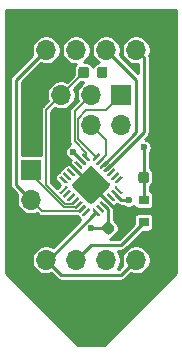
<source format=gtl>
%TF.GenerationSoftware,KiCad,Pcbnew,(5.1.5)-3*%
%TF.CreationDate,2020-03-25T18:08:17+08:00*%
%TF.ProjectId,RH2288_PWM,52483232-3838-45f5-9057-4d2e6b696361,rev?*%
%TF.SameCoordinates,Original*%
%TF.FileFunction,Copper,L1,Top*%
%TF.FilePolarity,Positive*%
%FSLAX46Y46*%
G04 Gerber Fmt 4.6, Leading zero omitted, Abs format (unit mm)*
G04 Created by KiCad (PCBNEW (5.1.5)-3) date 2020-03-25 18:08:17*
%MOMM*%
%LPD*%
G04 APERTURE LIST*
%ADD10R,0.900000X0.800000*%
%ADD11C,0.100000*%
%ADD12O,1.700000X1.700000*%
%ADD13R,1.700000X1.700000*%
%ADD14C,0.600000*%
%ADD15C,0.250000*%
%ADD16C,0.127000*%
%ADD17C,0.254000*%
G04 APERTURE END LIST*
D10*
X158845000Y-103820000D03*
X156845000Y-104770000D03*
X156845000Y-102870000D03*
%TA.AperFunction,SMDPad,CuDef*%
D11*
G36*
X151640927Y-104162630D02*
G01*
X151635151Y-104151824D01*
X151631594Y-104140100D01*
X151630394Y-104127906D01*
X151631594Y-104115713D01*
X151635151Y-104103989D01*
X151640927Y-104093183D01*
X151648699Y-104083712D01*
X152125996Y-103606415D01*
X152135467Y-103598643D01*
X152146273Y-103592867D01*
X152157997Y-103589310D01*
X152170190Y-103588110D01*
X152182384Y-103589310D01*
X152194108Y-103592867D01*
X152204914Y-103598643D01*
X152214385Y-103606415D01*
X152257951Y-103649981D01*
X152265723Y-103659452D01*
X152271499Y-103670258D01*
X152275056Y-103681982D01*
X152276256Y-103694176D01*
X152276256Y-103783820D01*
X152275056Y-103796013D01*
X152271499Y-103807737D01*
X152265723Y-103818543D01*
X152257951Y-103828014D01*
X151825476Y-104260489D01*
X151816005Y-104268261D01*
X151805199Y-104274037D01*
X151793475Y-104277594D01*
X151781282Y-104278794D01*
X151769088Y-104277594D01*
X151757364Y-104274037D01*
X151746558Y-104268261D01*
X151737087Y-104260489D01*
X151648699Y-104172101D01*
X151640927Y-104162630D01*
G37*
%TD.AperFunction*%
%TA.AperFunction,SMDPad,CuDef*%
G36*
X151858118Y-103270212D02*
G01*
X151864185Y-103271112D01*
X151870135Y-103272602D01*
X151875910Y-103274669D01*
X151881454Y-103277291D01*
X151886715Y-103280444D01*
X151891642Y-103284098D01*
X151896186Y-103288217D01*
X151984575Y-103376606D01*
X151988694Y-103381150D01*
X151992348Y-103386077D01*
X151995501Y-103391338D01*
X151998123Y-103396882D01*
X152000190Y-103402657D01*
X152001680Y-103408607D01*
X152002580Y-103414674D01*
X152002881Y-103420800D01*
X152002580Y-103426926D01*
X152001680Y-103432993D01*
X152000190Y-103438943D01*
X151998123Y-103444718D01*
X151995501Y-103450262D01*
X151992348Y-103455523D01*
X151988694Y-103460450D01*
X151984575Y-103464994D01*
X151507278Y-103942291D01*
X151502734Y-103946410D01*
X151497807Y-103950064D01*
X151492546Y-103953217D01*
X151487002Y-103955839D01*
X151481227Y-103957906D01*
X151475277Y-103959396D01*
X151469210Y-103960296D01*
X151463084Y-103960597D01*
X151456958Y-103960296D01*
X151450891Y-103959396D01*
X151444941Y-103957906D01*
X151439166Y-103955839D01*
X151433622Y-103953217D01*
X151428361Y-103950064D01*
X151423434Y-103946410D01*
X151418890Y-103942291D01*
X151330501Y-103853902D01*
X151326382Y-103849358D01*
X151322728Y-103844431D01*
X151319575Y-103839170D01*
X151316953Y-103833626D01*
X151314886Y-103827851D01*
X151313396Y-103821901D01*
X151312496Y-103815834D01*
X151312195Y-103809708D01*
X151312496Y-103803582D01*
X151313396Y-103797515D01*
X151314886Y-103791565D01*
X151316953Y-103785790D01*
X151319575Y-103780246D01*
X151322728Y-103774985D01*
X151326382Y-103770058D01*
X151330501Y-103765514D01*
X151807798Y-103288217D01*
X151812342Y-103284098D01*
X151817269Y-103280444D01*
X151822530Y-103277291D01*
X151828074Y-103274669D01*
X151833849Y-103272602D01*
X151839799Y-103271112D01*
X151845866Y-103270212D01*
X151851992Y-103269911D01*
X151858118Y-103270212D01*
G37*
%TD.AperFunction*%
%TA.AperFunction,SMDPad,CuDef*%
G36*
X151539920Y-102952014D02*
G01*
X151545987Y-102952914D01*
X151551937Y-102954404D01*
X151557712Y-102956471D01*
X151563256Y-102959093D01*
X151568517Y-102962246D01*
X151573444Y-102965900D01*
X151577988Y-102970019D01*
X151666377Y-103058408D01*
X151670496Y-103062952D01*
X151674150Y-103067879D01*
X151677303Y-103073140D01*
X151679925Y-103078684D01*
X151681992Y-103084459D01*
X151683482Y-103090409D01*
X151684382Y-103096476D01*
X151684683Y-103102602D01*
X151684382Y-103108728D01*
X151683482Y-103114795D01*
X151681992Y-103120745D01*
X151679925Y-103126520D01*
X151677303Y-103132064D01*
X151674150Y-103137325D01*
X151670496Y-103142252D01*
X151666377Y-103146796D01*
X151189080Y-103624093D01*
X151184536Y-103628212D01*
X151179609Y-103631866D01*
X151174348Y-103635019D01*
X151168804Y-103637641D01*
X151163029Y-103639708D01*
X151157079Y-103641198D01*
X151151012Y-103642098D01*
X151144886Y-103642399D01*
X151138760Y-103642098D01*
X151132693Y-103641198D01*
X151126743Y-103639708D01*
X151120968Y-103637641D01*
X151115424Y-103635019D01*
X151110163Y-103631866D01*
X151105236Y-103628212D01*
X151100692Y-103624093D01*
X151012303Y-103535704D01*
X151008184Y-103531160D01*
X151004530Y-103526233D01*
X151001377Y-103520972D01*
X150998755Y-103515428D01*
X150996688Y-103509653D01*
X150995198Y-103503703D01*
X150994298Y-103497636D01*
X150993997Y-103491510D01*
X150994298Y-103485384D01*
X150995198Y-103479317D01*
X150996688Y-103473367D01*
X150998755Y-103467592D01*
X151001377Y-103462048D01*
X151004530Y-103456787D01*
X151008184Y-103451860D01*
X151012303Y-103447316D01*
X151489600Y-102970019D01*
X151494144Y-102965900D01*
X151499071Y-102962246D01*
X151504332Y-102959093D01*
X151509876Y-102956471D01*
X151515651Y-102954404D01*
X151521601Y-102952914D01*
X151527668Y-102952014D01*
X151533794Y-102951713D01*
X151539920Y-102952014D01*
G37*
%TD.AperFunction*%
%TA.AperFunction,SMDPad,CuDef*%
G36*
X151221722Y-102633816D02*
G01*
X151227789Y-102634716D01*
X151233739Y-102636206D01*
X151239514Y-102638273D01*
X151245058Y-102640895D01*
X151250319Y-102644048D01*
X151255246Y-102647702D01*
X151259790Y-102651821D01*
X151348179Y-102740210D01*
X151352298Y-102744754D01*
X151355952Y-102749681D01*
X151359105Y-102754942D01*
X151361727Y-102760486D01*
X151363794Y-102766261D01*
X151365284Y-102772211D01*
X151366184Y-102778278D01*
X151366485Y-102784404D01*
X151366184Y-102790530D01*
X151365284Y-102796597D01*
X151363794Y-102802547D01*
X151361727Y-102808322D01*
X151359105Y-102813866D01*
X151355952Y-102819127D01*
X151352298Y-102824054D01*
X151348179Y-102828598D01*
X150870882Y-103305895D01*
X150866338Y-103310014D01*
X150861411Y-103313668D01*
X150856150Y-103316821D01*
X150850606Y-103319443D01*
X150844831Y-103321510D01*
X150838881Y-103323000D01*
X150832814Y-103323900D01*
X150826688Y-103324201D01*
X150820562Y-103323900D01*
X150814495Y-103323000D01*
X150808545Y-103321510D01*
X150802770Y-103319443D01*
X150797226Y-103316821D01*
X150791965Y-103313668D01*
X150787038Y-103310014D01*
X150782494Y-103305895D01*
X150694105Y-103217506D01*
X150689986Y-103212962D01*
X150686332Y-103208035D01*
X150683179Y-103202774D01*
X150680557Y-103197230D01*
X150678490Y-103191455D01*
X150677000Y-103185505D01*
X150676100Y-103179438D01*
X150675799Y-103173312D01*
X150676100Y-103167186D01*
X150677000Y-103161119D01*
X150678490Y-103155169D01*
X150680557Y-103149394D01*
X150683179Y-103143850D01*
X150686332Y-103138589D01*
X150689986Y-103133662D01*
X150694105Y-103129118D01*
X151171402Y-102651821D01*
X151175946Y-102647702D01*
X151180873Y-102644048D01*
X151186134Y-102640895D01*
X151191678Y-102638273D01*
X151197453Y-102636206D01*
X151203403Y-102634716D01*
X151209470Y-102633816D01*
X151215596Y-102633515D01*
X151221722Y-102633816D01*
G37*
%TD.AperFunction*%
%TA.AperFunction,SMDPad,CuDef*%
G36*
X150903524Y-102315618D02*
G01*
X150909591Y-102316518D01*
X150915541Y-102318008D01*
X150921316Y-102320075D01*
X150926860Y-102322697D01*
X150932121Y-102325850D01*
X150937048Y-102329504D01*
X150941592Y-102333623D01*
X151029981Y-102422012D01*
X151034100Y-102426556D01*
X151037754Y-102431483D01*
X151040907Y-102436744D01*
X151043529Y-102442288D01*
X151045596Y-102448063D01*
X151047086Y-102454013D01*
X151047986Y-102460080D01*
X151048287Y-102466206D01*
X151047986Y-102472332D01*
X151047086Y-102478399D01*
X151045596Y-102484349D01*
X151043529Y-102490124D01*
X151040907Y-102495668D01*
X151037754Y-102500929D01*
X151034100Y-102505856D01*
X151029981Y-102510400D01*
X150552684Y-102987697D01*
X150548140Y-102991816D01*
X150543213Y-102995470D01*
X150537952Y-102998623D01*
X150532408Y-103001245D01*
X150526633Y-103003312D01*
X150520683Y-103004802D01*
X150514616Y-103005702D01*
X150508490Y-103006003D01*
X150502364Y-103005702D01*
X150496297Y-103004802D01*
X150490347Y-103003312D01*
X150484572Y-103001245D01*
X150479028Y-102998623D01*
X150473767Y-102995470D01*
X150468840Y-102991816D01*
X150464296Y-102987697D01*
X150375907Y-102899308D01*
X150371788Y-102894764D01*
X150368134Y-102889837D01*
X150364981Y-102884576D01*
X150362359Y-102879032D01*
X150360292Y-102873257D01*
X150358802Y-102867307D01*
X150357902Y-102861240D01*
X150357601Y-102855114D01*
X150357902Y-102848988D01*
X150358802Y-102842921D01*
X150360292Y-102836971D01*
X150362359Y-102831196D01*
X150364981Y-102825652D01*
X150368134Y-102820391D01*
X150371788Y-102815464D01*
X150375907Y-102810920D01*
X150853204Y-102333623D01*
X150857748Y-102329504D01*
X150862675Y-102325850D01*
X150867936Y-102322697D01*
X150873480Y-102320075D01*
X150879255Y-102318008D01*
X150885205Y-102316518D01*
X150891272Y-102315618D01*
X150897398Y-102315317D01*
X150903524Y-102315618D01*
G37*
%TD.AperFunction*%
%TA.AperFunction,SMDPad,CuDef*%
G36*
X150585326Y-101997420D02*
G01*
X150591393Y-101998320D01*
X150597343Y-101999810D01*
X150603118Y-102001877D01*
X150608662Y-102004499D01*
X150613923Y-102007652D01*
X150618850Y-102011306D01*
X150623394Y-102015425D01*
X150711783Y-102103814D01*
X150715902Y-102108358D01*
X150719556Y-102113285D01*
X150722709Y-102118546D01*
X150725331Y-102124090D01*
X150727398Y-102129865D01*
X150728888Y-102135815D01*
X150729788Y-102141882D01*
X150730089Y-102148008D01*
X150729788Y-102154134D01*
X150728888Y-102160201D01*
X150727398Y-102166151D01*
X150725331Y-102171926D01*
X150722709Y-102177470D01*
X150719556Y-102182731D01*
X150715902Y-102187658D01*
X150711783Y-102192202D01*
X150234486Y-102669499D01*
X150229942Y-102673618D01*
X150225015Y-102677272D01*
X150219754Y-102680425D01*
X150214210Y-102683047D01*
X150208435Y-102685114D01*
X150202485Y-102686604D01*
X150196418Y-102687504D01*
X150190292Y-102687805D01*
X150184166Y-102687504D01*
X150178099Y-102686604D01*
X150172149Y-102685114D01*
X150166374Y-102683047D01*
X150160830Y-102680425D01*
X150155569Y-102677272D01*
X150150642Y-102673618D01*
X150146098Y-102669499D01*
X150057709Y-102581110D01*
X150053590Y-102576566D01*
X150049936Y-102571639D01*
X150046783Y-102566378D01*
X150044161Y-102560834D01*
X150042094Y-102555059D01*
X150040604Y-102549109D01*
X150039704Y-102543042D01*
X150039403Y-102536916D01*
X150039704Y-102530790D01*
X150040604Y-102524723D01*
X150042094Y-102518773D01*
X150044161Y-102512998D01*
X150046783Y-102507454D01*
X150049936Y-102502193D01*
X150053590Y-102497266D01*
X150057709Y-102492722D01*
X150535006Y-102015425D01*
X150539550Y-102011306D01*
X150544477Y-102007652D01*
X150549738Y-102004499D01*
X150555282Y-102001877D01*
X150561057Y-101999810D01*
X150567007Y-101998320D01*
X150573074Y-101997420D01*
X150579200Y-101997119D01*
X150585326Y-101997420D01*
G37*
%TD.AperFunction*%
%TA.AperFunction,SMDPad,CuDef*%
G36*
X149731739Y-102253442D02*
G01*
X149725963Y-102242636D01*
X149722406Y-102230912D01*
X149721206Y-102218718D01*
X149722406Y-102206525D01*
X149725963Y-102194801D01*
X149731739Y-102183995D01*
X149739511Y-102174524D01*
X150171986Y-101742049D01*
X150181457Y-101734277D01*
X150192263Y-101728501D01*
X150203987Y-101724944D01*
X150216180Y-101723744D01*
X150305824Y-101723744D01*
X150318018Y-101724944D01*
X150329742Y-101728501D01*
X150340548Y-101734277D01*
X150350019Y-101742049D01*
X150393585Y-101785615D01*
X150401357Y-101795086D01*
X150407133Y-101805892D01*
X150410690Y-101817616D01*
X150411890Y-101829810D01*
X150410690Y-101842003D01*
X150407133Y-101853727D01*
X150401357Y-101864533D01*
X150393585Y-101874004D01*
X149916288Y-102351301D01*
X149906817Y-102359073D01*
X149896011Y-102364849D01*
X149884287Y-102368406D01*
X149872094Y-102369606D01*
X149859900Y-102368406D01*
X149848176Y-102364849D01*
X149837370Y-102359073D01*
X149827899Y-102351301D01*
X149739511Y-102262913D01*
X149731739Y-102253442D01*
G37*
%TD.AperFunction*%
%TA.AperFunction,SMDPad,CuDef*%
G36*
X149731739Y-101016005D02*
G01*
X149725963Y-101005199D01*
X149722406Y-100993475D01*
X149721206Y-100981282D01*
X149722406Y-100969088D01*
X149725963Y-100957364D01*
X149731739Y-100946558D01*
X149739511Y-100937087D01*
X149827899Y-100848699D01*
X149837370Y-100840927D01*
X149848176Y-100835151D01*
X149859900Y-100831594D01*
X149872094Y-100830394D01*
X149884287Y-100831594D01*
X149896011Y-100835151D01*
X149906817Y-100840927D01*
X149916288Y-100848699D01*
X150393585Y-101325996D01*
X150401357Y-101335467D01*
X150407133Y-101346273D01*
X150410690Y-101357997D01*
X150411890Y-101370190D01*
X150410690Y-101382384D01*
X150407133Y-101394108D01*
X150401357Y-101404914D01*
X150393585Y-101414385D01*
X150350019Y-101457951D01*
X150340548Y-101465723D01*
X150329742Y-101471499D01*
X150318018Y-101475056D01*
X150305824Y-101476256D01*
X150216180Y-101476256D01*
X150203987Y-101475056D01*
X150192263Y-101471499D01*
X150181457Y-101465723D01*
X150171986Y-101457951D01*
X149739511Y-101025476D01*
X149731739Y-101016005D01*
G37*
%TD.AperFunction*%
%TA.AperFunction,SMDPad,CuDef*%
G36*
X150196418Y-100512496D02*
G01*
X150202485Y-100513396D01*
X150208435Y-100514886D01*
X150214210Y-100516953D01*
X150219754Y-100519575D01*
X150225015Y-100522728D01*
X150229942Y-100526382D01*
X150234486Y-100530501D01*
X150711783Y-101007798D01*
X150715902Y-101012342D01*
X150719556Y-101017269D01*
X150722709Y-101022530D01*
X150725331Y-101028074D01*
X150727398Y-101033849D01*
X150728888Y-101039799D01*
X150729788Y-101045866D01*
X150730089Y-101051992D01*
X150729788Y-101058118D01*
X150728888Y-101064185D01*
X150727398Y-101070135D01*
X150725331Y-101075910D01*
X150722709Y-101081454D01*
X150719556Y-101086715D01*
X150715902Y-101091642D01*
X150711783Y-101096186D01*
X150623394Y-101184575D01*
X150618850Y-101188694D01*
X150613923Y-101192348D01*
X150608662Y-101195501D01*
X150603118Y-101198123D01*
X150597343Y-101200190D01*
X150591393Y-101201680D01*
X150585326Y-101202580D01*
X150579200Y-101202881D01*
X150573074Y-101202580D01*
X150567007Y-101201680D01*
X150561057Y-101200190D01*
X150555282Y-101198123D01*
X150549738Y-101195501D01*
X150544477Y-101192348D01*
X150539550Y-101188694D01*
X150535006Y-101184575D01*
X150057709Y-100707278D01*
X150053590Y-100702734D01*
X150049936Y-100697807D01*
X150046783Y-100692546D01*
X150044161Y-100687002D01*
X150042094Y-100681227D01*
X150040604Y-100675277D01*
X150039704Y-100669210D01*
X150039403Y-100663084D01*
X150039704Y-100656958D01*
X150040604Y-100650891D01*
X150042094Y-100644941D01*
X150044161Y-100639166D01*
X150046783Y-100633622D01*
X150049936Y-100628361D01*
X150053590Y-100623434D01*
X150057709Y-100618890D01*
X150146098Y-100530501D01*
X150150642Y-100526382D01*
X150155569Y-100522728D01*
X150160830Y-100519575D01*
X150166374Y-100516953D01*
X150172149Y-100514886D01*
X150178099Y-100513396D01*
X150184166Y-100512496D01*
X150190292Y-100512195D01*
X150196418Y-100512496D01*
G37*
%TD.AperFunction*%
%TA.AperFunction,SMDPad,CuDef*%
G36*
X150514616Y-100194298D02*
G01*
X150520683Y-100195198D01*
X150526633Y-100196688D01*
X150532408Y-100198755D01*
X150537952Y-100201377D01*
X150543213Y-100204530D01*
X150548140Y-100208184D01*
X150552684Y-100212303D01*
X151029981Y-100689600D01*
X151034100Y-100694144D01*
X151037754Y-100699071D01*
X151040907Y-100704332D01*
X151043529Y-100709876D01*
X151045596Y-100715651D01*
X151047086Y-100721601D01*
X151047986Y-100727668D01*
X151048287Y-100733794D01*
X151047986Y-100739920D01*
X151047086Y-100745987D01*
X151045596Y-100751937D01*
X151043529Y-100757712D01*
X151040907Y-100763256D01*
X151037754Y-100768517D01*
X151034100Y-100773444D01*
X151029981Y-100777988D01*
X150941592Y-100866377D01*
X150937048Y-100870496D01*
X150932121Y-100874150D01*
X150926860Y-100877303D01*
X150921316Y-100879925D01*
X150915541Y-100881992D01*
X150909591Y-100883482D01*
X150903524Y-100884382D01*
X150897398Y-100884683D01*
X150891272Y-100884382D01*
X150885205Y-100883482D01*
X150879255Y-100881992D01*
X150873480Y-100879925D01*
X150867936Y-100877303D01*
X150862675Y-100874150D01*
X150857748Y-100870496D01*
X150853204Y-100866377D01*
X150375907Y-100389080D01*
X150371788Y-100384536D01*
X150368134Y-100379609D01*
X150364981Y-100374348D01*
X150362359Y-100368804D01*
X150360292Y-100363029D01*
X150358802Y-100357079D01*
X150357902Y-100351012D01*
X150357601Y-100344886D01*
X150357902Y-100338760D01*
X150358802Y-100332693D01*
X150360292Y-100326743D01*
X150362359Y-100320968D01*
X150364981Y-100315424D01*
X150368134Y-100310163D01*
X150371788Y-100305236D01*
X150375907Y-100300692D01*
X150464296Y-100212303D01*
X150468840Y-100208184D01*
X150473767Y-100204530D01*
X150479028Y-100201377D01*
X150484572Y-100198755D01*
X150490347Y-100196688D01*
X150496297Y-100195198D01*
X150502364Y-100194298D01*
X150508490Y-100193997D01*
X150514616Y-100194298D01*
G37*
%TD.AperFunction*%
%TA.AperFunction,SMDPad,CuDef*%
G36*
X150832814Y-99876100D02*
G01*
X150838881Y-99877000D01*
X150844831Y-99878490D01*
X150850606Y-99880557D01*
X150856150Y-99883179D01*
X150861411Y-99886332D01*
X150866338Y-99889986D01*
X150870882Y-99894105D01*
X151348179Y-100371402D01*
X151352298Y-100375946D01*
X151355952Y-100380873D01*
X151359105Y-100386134D01*
X151361727Y-100391678D01*
X151363794Y-100397453D01*
X151365284Y-100403403D01*
X151366184Y-100409470D01*
X151366485Y-100415596D01*
X151366184Y-100421722D01*
X151365284Y-100427789D01*
X151363794Y-100433739D01*
X151361727Y-100439514D01*
X151359105Y-100445058D01*
X151355952Y-100450319D01*
X151352298Y-100455246D01*
X151348179Y-100459790D01*
X151259790Y-100548179D01*
X151255246Y-100552298D01*
X151250319Y-100555952D01*
X151245058Y-100559105D01*
X151239514Y-100561727D01*
X151233739Y-100563794D01*
X151227789Y-100565284D01*
X151221722Y-100566184D01*
X151215596Y-100566485D01*
X151209470Y-100566184D01*
X151203403Y-100565284D01*
X151197453Y-100563794D01*
X151191678Y-100561727D01*
X151186134Y-100559105D01*
X151180873Y-100555952D01*
X151175946Y-100552298D01*
X151171402Y-100548179D01*
X150694105Y-100070882D01*
X150689986Y-100066338D01*
X150686332Y-100061411D01*
X150683179Y-100056150D01*
X150680557Y-100050606D01*
X150678490Y-100044831D01*
X150677000Y-100038881D01*
X150676100Y-100032814D01*
X150675799Y-100026688D01*
X150676100Y-100020562D01*
X150677000Y-100014495D01*
X150678490Y-100008545D01*
X150680557Y-100002770D01*
X150683179Y-99997226D01*
X150686332Y-99991965D01*
X150689986Y-99987038D01*
X150694105Y-99982494D01*
X150782494Y-99894105D01*
X150787038Y-99889986D01*
X150791965Y-99886332D01*
X150797226Y-99883179D01*
X150802770Y-99880557D01*
X150808545Y-99878490D01*
X150814495Y-99877000D01*
X150820562Y-99876100D01*
X150826688Y-99875799D01*
X150832814Y-99876100D01*
G37*
%TD.AperFunction*%
%TA.AperFunction,SMDPad,CuDef*%
G36*
X151151012Y-99557902D02*
G01*
X151157079Y-99558802D01*
X151163029Y-99560292D01*
X151168804Y-99562359D01*
X151174348Y-99564981D01*
X151179609Y-99568134D01*
X151184536Y-99571788D01*
X151189080Y-99575907D01*
X151666377Y-100053204D01*
X151670496Y-100057748D01*
X151674150Y-100062675D01*
X151677303Y-100067936D01*
X151679925Y-100073480D01*
X151681992Y-100079255D01*
X151683482Y-100085205D01*
X151684382Y-100091272D01*
X151684683Y-100097398D01*
X151684382Y-100103524D01*
X151683482Y-100109591D01*
X151681992Y-100115541D01*
X151679925Y-100121316D01*
X151677303Y-100126860D01*
X151674150Y-100132121D01*
X151670496Y-100137048D01*
X151666377Y-100141592D01*
X151577988Y-100229981D01*
X151573444Y-100234100D01*
X151568517Y-100237754D01*
X151563256Y-100240907D01*
X151557712Y-100243529D01*
X151551937Y-100245596D01*
X151545987Y-100247086D01*
X151539920Y-100247986D01*
X151533794Y-100248287D01*
X151527668Y-100247986D01*
X151521601Y-100247086D01*
X151515651Y-100245596D01*
X151509876Y-100243529D01*
X151504332Y-100240907D01*
X151499071Y-100237754D01*
X151494144Y-100234100D01*
X151489600Y-100229981D01*
X151012303Y-99752684D01*
X151008184Y-99748140D01*
X151004530Y-99743213D01*
X151001377Y-99737952D01*
X150998755Y-99732408D01*
X150996688Y-99726633D01*
X150995198Y-99720683D01*
X150994298Y-99714616D01*
X150993997Y-99708490D01*
X150994298Y-99702364D01*
X150995198Y-99696297D01*
X150996688Y-99690347D01*
X150998755Y-99684572D01*
X151001377Y-99679028D01*
X151004530Y-99673767D01*
X151008184Y-99668840D01*
X151012303Y-99664296D01*
X151100692Y-99575907D01*
X151105236Y-99571788D01*
X151110163Y-99568134D01*
X151115424Y-99564981D01*
X151120968Y-99562359D01*
X151126743Y-99560292D01*
X151132693Y-99558802D01*
X151138760Y-99557902D01*
X151144886Y-99557601D01*
X151151012Y-99557902D01*
G37*
%TD.AperFunction*%
%TA.AperFunction,SMDPad,CuDef*%
G36*
X151469210Y-99239704D02*
G01*
X151475277Y-99240604D01*
X151481227Y-99242094D01*
X151487002Y-99244161D01*
X151492546Y-99246783D01*
X151497807Y-99249936D01*
X151502734Y-99253590D01*
X151507278Y-99257709D01*
X151984575Y-99735006D01*
X151988694Y-99739550D01*
X151992348Y-99744477D01*
X151995501Y-99749738D01*
X151998123Y-99755282D01*
X152000190Y-99761057D01*
X152001680Y-99767007D01*
X152002580Y-99773074D01*
X152002881Y-99779200D01*
X152002580Y-99785326D01*
X152001680Y-99791393D01*
X152000190Y-99797343D01*
X151998123Y-99803118D01*
X151995501Y-99808662D01*
X151992348Y-99813923D01*
X151988694Y-99818850D01*
X151984575Y-99823394D01*
X151896186Y-99911783D01*
X151891642Y-99915902D01*
X151886715Y-99919556D01*
X151881454Y-99922709D01*
X151875910Y-99925331D01*
X151870135Y-99927398D01*
X151864185Y-99928888D01*
X151858118Y-99929788D01*
X151851992Y-99930089D01*
X151845866Y-99929788D01*
X151839799Y-99928888D01*
X151833849Y-99927398D01*
X151828074Y-99925331D01*
X151822530Y-99922709D01*
X151817269Y-99919556D01*
X151812342Y-99915902D01*
X151807798Y-99911783D01*
X151330501Y-99434486D01*
X151326382Y-99429942D01*
X151322728Y-99425015D01*
X151319575Y-99419754D01*
X151316953Y-99414210D01*
X151314886Y-99408435D01*
X151313396Y-99402485D01*
X151312496Y-99396418D01*
X151312195Y-99390292D01*
X151312496Y-99384166D01*
X151313396Y-99378099D01*
X151314886Y-99372149D01*
X151316953Y-99366374D01*
X151319575Y-99360830D01*
X151322728Y-99355569D01*
X151326382Y-99350642D01*
X151330501Y-99346098D01*
X151418890Y-99257709D01*
X151423434Y-99253590D01*
X151428361Y-99249936D01*
X151433622Y-99246783D01*
X151439166Y-99244161D01*
X151444941Y-99242094D01*
X151450891Y-99240604D01*
X151456958Y-99239704D01*
X151463084Y-99239403D01*
X151469210Y-99239704D01*
G37*
%TD.AperFunction*%
%TA.AperFunction,SMDPad,CuDef*%
G36*
X151640927Y-99106817D02*
G01*
X151635151Y-99096011D01*
X151631594Y-99084287D01*
X151630394Y-99072094D01*
X151631594Y-99059900D01*
X151635151Y-99048176D01*
X151640927Y-99037370D01*
X151648699Y-99027899D01*
X151737087Y-98939511D01*
X151746558Y-98931739D01*
X151757364Y-98925963D01*
X151769088Y-98922406D01*
X151781282Y-98921206D01*
X151793475Y-98922406D01*
X151805199Y-98925963D01*
X151816005Y-98931739D01*
X151825476Y-98939511D01*
X152257951Y-99371986D01*
X152265723Y-99381457D01*
X152271499Y-99392263D01*
X152275056Y-99403987D01*
X152276256Y-99416180D01*
X152276256Y-99505824D01*
X152275056Y-99518018D01*
X152271499Y-99529742D01*
X152265723Y-99540548D01*
X152257951Y-99550019D01*
X152214385Y-99593585D01*
X152204914Y-99601357D01*
X152194108Y-99607133D01*
X152182384Y-99610690D01*
X152170190Y-99611890D01*
X152157997Y-99610690D01*
X152146273Y-99607133D01*
X152135467Y-99601357D01*
X152125996Y-99593585D01*
X151648699Y-99116288D01*
X151640927Y-99106817D01*
G37*
%TD.AperFunction*%
%TA.AperFunction,SMDPad,CuDef*%
G36*
X152534277Y-99540548D02*
G01*
X152528501Y-99529742D01*
X152524944Y-99518018D01*
X152523744Y-99505824D01*
X152523744Y-99416180D01*
X152524944Y-99403987D01*
X152528501Y-99392263D01*
X152534277Y-99381457D01*
X152542049Y-99371986D01*
X152974524Y-98939511D01*
X152983995Y-98931739D01*
X152994801Y-98925963D01*
X153006525Y-98922406D01*
X153018718Y-98921206D01*
X153030912Y-98922406D01*
X153042636Y-98925963D01*
X153053442Y-98931739D01*
X153062913Y-98939511D01*
X153151301Y-99027899D01*
X153159073Y-99037370D01*
X153164849Y-99048176D01*
X153168406Y-99059900D01*
X153169606Y-99072094D01*
X153168406Y-99084287D01*
X153164849Y-99096011D01*
X153159073Y-99106817D01*
X153151301Y-99116288D01*
X152674004Y-99593585D01*
X152664533Y-99601357D01*
X152653727Y-99607133D01*
X152642003Y-99610690D01*
X152629810Y-99611890D01*
X152617616Y-99610690D01*
X152605892Y-99607133D01*
X152595086Y-99601357D01*
X152585615Y-99593585D01*
X152542049Y-99550019D01*
X152534277Y-99540548D01*
G37*
%TD.AperFunction*%
%TA.AperFunction,SMDPad,CuDef*%
G36*
X153343042Y-99239704D02*
G01*
X153349109Y-99240604D01*
X153355059Y-99242094D01*
X153360834Y-99244161D01*
X153366378Y-99246783D01*
X153371639Y-99249936D01*
X153376566Y-99253590D01*
X153381110Y-99257709D01*
X153469499Y-99346098D01*
X153473618Y-99350642D01*
X153477272Y-99355569D01*
X153480425Y-99360830D01*
X153483047Y-99366374D01*
X153485114Y-99372149D01*
X153486604Y-99378099D01*
X153487504Y-99384166D01*
X153487805Y-99390292D01*
X153487504Y-99396418D01*
X153486604Y-99402485D01*
X153485114Y-99408435D01*
X153483047Y-99414210D01*
X153480425Y-99419754D01*
X153477272Y-99425015D01*
X153473618Y-99429942D01*
X153469499Y-99434486D01*
X152992202Y-99911783D01*
X152987658Y-99915902D01*
X152982731Y-99919556D01*
X152977470Y-99922709D01*
X152971926Y-99925331D01*
X152966151Y-99927398D01*
X152960201Y-99928888D01*
X152954134Y-99929788D01*
X152948008Y-99930089D01*
X152941882Y-99929788D01*
X152935815Y-99928888D01*
X152929865Y-99927398D01*
X152924090Y-99925331D01*
X152918546Y-99922709D01*
X152913285Y-99919556D01*
X152908358Y-99915902D01*
X152903814Y-99911783D01*
X152815425Y-99823394D01*
X152811306Y-99818850D01*
X152807652Y-99813923D01*
X152804499Y-99808662D01*
X152801877Y-99803118D01*
X152799810Y-99797343D01*
X152798320Y-99791393D01*
X152797420Y-99785326D01*
X152797119Y-99779200D01*
X152797420Y-99773074D01*
X152798320Y-99767007D01*
X152799810Y-99761057D01*
X152801877Y-99755282D01*
X152804499Y-99749738D01*
X152807652Y-99744477D01*
X152811306Y-99739550D01*
X152815425Y-99735006D01*
X153292722Y-99257709D01*
X153297266Y-99253590D01*
X153302193Y-99249936D01*
X153307454Y-99246783D01*
X153312998Y-99244161D01*
X153318773Y-99242094D01*
X153324723Y-99240604D01*
X153330790Y-99239704D01*
X153336916Y-99239403D01*
X153343042Y-99239704D01*
G37*
%TD.AperFunction*%
%TA.AperFunction,SMDPad,CuDef*%
G36*
X153661240Y-99557902D02*
G01*
X153667307Y-99558802D01*
X153673257Y-99560292D01*
X153679032Y-99562359D01*
X153684576Y-99564981D01*
X153689837Y-99568134D01*
X153694764Y-99571788D01*
X153699308Y-99575907D01*
X153787697Y-99664296D01*
X153791816Y-99668840D01*
X153795470Y-99673767D01*
X153798623Y-99679028D01*
X153801245Y-99684572D01*
X153803312Y-99690347D01*
X153804802Y-99696297D01*
X153805702Y-99702364D01*
X153806003Y-99708490D01*
X153805702Y-99714616D01*
X153804802Y-99720683D01*
X153803312Y-99726633D01*
X153801245Y-99732408D01*
X153798623Y-99737952D01*
X153795470Y-99743213D01*
X153791816Y-99748140D01*
X153787697Y-99752684D01*
X153310400Y-100229981D01*
X153305856Y-100234100D01*
X153300929Y-100237754D01*
X153295668Y-100240907D01*
X153290124Y-100243529D01*
X153284349Y-100245596D01*
X153278399Y-100247086D01*
X153272332Y-100247986D01*
X153266206Y-100248287D01*
X153260080Y-100247986D01*
X153254013Y-100247086D01*
X153248063Y-100245596D01*
X153242288Y-100243529D01*
X153236744Y-100240907D01*
X153231483Y-100237754D01*
X153226556Y-100234100D01*
X153222012Y-100229981D01*
X153133623Y-100141592D01*
X153129504Y-100137048D01*
X153125850Y-100132121D01*
X153122697Y-100126860D01*
X153120075Y-100121316D01*
X153118008Y-100115541D01*
X153116518Y-100109591D01*
X153115618Y-100103524D01*
X153115317Y-100097398D01*
X153115618Y-100091272D01*
X153116518Y-100085205D01*
X153118008Y-100079255D01*
X153120075Y-100073480D01*
X153122697Y-100067936D01*
X153125850Y-100062675D01*
X153129504Y-100057748D01*
X153133623Y-100053204D01*
X153610920Y-99575907D01*
X153615464Y-99571788D01*
X153620391Y-99568134D01*
X153625652Y-99564981D01*
X153631196Y-99562359D01*
X153636971Y-99560292D01*
X153642921Y-99558802D01*
X153648988Y-99557902D01*
X153655114Y-99557601D01*
X153661240Y-99557902D01*
G37*
%TD.AperFunction*%
%TA.AperFunction,SMDPad,CuDef*%
G36*
X153979438Y-99876100D02*
G01*
X153985505Y-99877000D01*
X153991455Y-99878490D01*
X153997230Y-99880557D01*
X154002774Y-99883179D01*
X154008035Y-99886332D01*
X154012962Y-99889986D01*
X154017506Y-99894105D01*
X154105895Y-99982494D01*
X154110014Y-99987038D01*
X154113668Y-99991965D01*
X154116821Y-99997226D01*
X154119443Y-100002770D01*
X154121510Y-100008545D01*
X154123000Y-100014495D01*
X154123900Y-100020562D01*
X154124201Y-100026688D01*
X154123900Y-100032814D01*
X154123000Y-100038881D01*
X154121510Y-100044831D01*
X154119443Y-100050606D01*
X154116821Y-100056150D01*
X154113668Y-100061411D01*
X154110014Y-100066338D01*
X154105895Y-100070882D01*
X153628598Y-100548179D01*
X153624054Y-100552298D01*
X153619127Y-100555952D01*
X153613866Y-100559105D01*
X153608322Y-100561727D01*
X153602547Y-100563794D01*
X153596597Y-100565284D01*
X153590530Y-100566184D01*
X153584404Y-100566485D01*
X153578278Y-100566184D01*
X153572211Y-100565284D01*
X153566261Y-100563794D01*
X153560486Y-100561727D01*
X153554942Y-100559105D01*
X153549681Y-100555952D01*
X153544754Y-100552298D01*
X153540210Y-100548179D01*
X153451821Y-100459790D01*
X153447702Y-100455246D01*
X153444048Y-100450319D01*
X153440895Y-100445058D01*
X153438273Y-100439514D01*
X153436206Y-100433739D01*
X153434716Y-100427789D01*
X153433816Y-100421722D01*
X153433515Y-100415596D01*
X153433816Y-100409470D01*
X153434716Y-100403403D01*
X153436206Y-100397453D01*
X153438273Y-100391678D01*
X153440895Y-100386134D01*
X153444048Y-100380873D01*
X153447702Y-100375946D01*
X153451821Y-100371402D01*
X153929118Y-99894105D01*
X153933662Y-99889986D01*
X153938589Y-99886332D01*
X153943850Y-99883179D01*
X153949394Y-99880557D01*
X153955169Y-99878490D01*
X153961119Y-99877000D01*
X153967186Y-99876100D01*
X153973312Y-99875799D01*
X153979438Y-99876100D01*
G37*
%TD.AperFunction*%
%TA.AperFunction,SMDPad,CuDef*%
G36*
X154297636Y-100194298D02*
G01*
X154303703Y-100195198D01*
X154309653Y-100196688D01*
X154315428Y-100198755D01*
X154320972Y-100201377D01*
X154326233Y-100204530D01*
X154331160Y-100208184D01*
X154335704Y-100212303D01*
X154424093Y-100300692D01*
X154428212Y-100305236D01*
X154431866Y-100310163D01*
X154435019Y-100315424D01*
X154437641Y-100320968D01*
X154439708Y-100326743D01*
X154441198Y-100332693D01*
X154442098Y-100338760D01*
X154442399Y-100344886D01*
X154442098Y-100351012D01*
X154441198Y-100357079D01*
X154439708Y-100363029D01*
X154437641Y-100368804D01*
X154435019Y-100374348D01*
X154431866Y-100379609D01*
X154428212Y-100384536D01*
X154424093Y-100389080D01*
X153946796Y-100866377D01*
X153942252Y-100870496D01*
X153937325Y-100874150D01*
X153932064Y-100877303D01*
X153926520Y-100879925D01*
X153920745Y-100881992D01*
X153914795Y-100883482D01*
X153908728Y-100884382D01*
X153902602Y-100884683D01*
X153896476Y-100884382D01*
X153890409Y-100883482D01*
X153884459Y-100881992D01*
X153878684Y-100879925D01*
X153873140Y-100877303D01*
X153867879Y-100874150D01*
X153862952Y-100870496D01*
X153858408Y-100866377D01*
X153770019Y-100777988D01*
X153765900Y-100773444D01*
X153762246Y-100768517D01*
X153759093Y-100763256D01*
X153756471Y-100757712D01*
X153754404Y-100751937D01*
X153752914Y-100745987D01*
X153752014Y-100739920D01*
X153751713Y-100733794D01*
X153752014Y-100727668D01*
X153752914Y-100721601D01*
X153754404Y-100715651D01*
X153756471Y-100709876D01*
X153759093Y-100704332D01*
X153762246Y-100699071D01*
X153765900Y-100694144D01*
X153770019Y-100689600D01*
X154247316Y-100212303D01*
X154251860Y-100208184D01*
X154256787Y-100204530D01*
X154262048Y-100201377D01*
X154267592Y-100198755D01*
X154273367Y-100196688D01*
X154279317Y-100195198D01*
X154285384Y-100194298D01*
X154291510Y-100193997D01*
X154297636Y-100194298D01*
G37*
%TD.AperFunction*%
%TA.AperFunction,SMDPad,CuDef*%
G36*
X154615834Y-100512496D02*
G01*
X154621901Y-100513396D01*
X154627851Y-100514886D01*
X154633626Y-100516953D01*
X154639170Y-100519575D01*
X154644431Y-100522728D01*
X154649358Y-100526382D01*
X154653902Y-100530501D01*
X154742291Y-100618890D01*
X154746410Y-100623434D01*
X154750064Y-100628361D01*
X154753217Y-100633622D01*
X154755839Y-100639166D01*
X154757906Y-100644941D01*
X154759396Y-100650891D01*
X154760296Y-100656958D01*
X154760597Y-100663084D01*
X154760296Y-100669210D01*
X154759396Y-100675277D01*
X154757906Y-100681227D01*
X154755839Y-100687002D01*
X154753217Y-100692546D01*
X154750064Y-100697807D01*
X154746410Y-100702734D01*
X154742291Y-100707278D01*
X154264994Y-101184575D01*
X154260450Y-101188694D01*
X154255523Y-101192348D01*
X154250262Y-101195501D01*
X154244718Y-101198123D01*
X154238943Y-101200190D01*
X154232993Y-101201680D01*
X154226926Y-101202580D01*
X154220800Y-101202881D01*
X154214674Y-101202580D01*
X154208607Y-101201680D01*
X154202657Y-101200190D01*
X154196882Y-101198123D01*
X154191338Y-101195501D01*
X154186077Y-101192348D01*
X154181150Y-101188694D01*
X154176606Y-101184575D01*
X154088217Y-101096186D01*
X154084098Y-101091642D01*
X154080444Y-101086715D01*
X154077291Y-101081454D01*
X154074669Y-101075910D01*
X154072602Y-101070135D01*
X154071112Y-101064185D01*
X154070212Y-101058118D01*
X154069911Y-101051992D01*
X154070212Y-101045866D01*
X154071112Y-101039799D01*
X154072602Y-101033849D01*
X154074669Y-101028074D01*
X154077291Y-101022530D01*
X154080444Y-101017269D01*
X154084098Y-101012342D01*
X154088217Y-101007798D01*
X154565514Y-100530501D01*
X154570058Y-100526382D01*
X154574985Y-100522728D01*
X154580246Y-100519575D01*
X154585790Y-100516953D01*
X154591565Y-100514886D01*
X154597515Y-100513396D01*
X154603582Y-100512496D01*
X154609708Y-100512195D01*
X154615834Y-100512496D01*
G37*
%TD.AperFunction*%
%TA.AperFunction,SMDPad,CuDef*%
G36*
X154398643Y-101404914D02*
G01*
X154392867Y-101394108D01*
X154389310Y-101382384D01*
X154388110Y-101370190D01*
X154389310Y-101357997D01*
X154392867Y-101346273D01*
X154398643Y-101335467D01*
X154406415Y-101325996D01*
X154883712Y-100848699D01*
X154893183Y-100840927D01*
X154903989Y-100835151D01*
X154915713Y-100831594D01*
X154927906Y-100830394D01*
X154940100Y-100831594D01*
X154951824Y-100835151D01*
X154962630Y-100840927D01*
X154972101Y-100848699D01*
X155060489Y-100937087D01*
X155068261Y-100946558D01*
X155074037Y-100957364D01*
X155077594Y-100969088D01*
X155078794Y-100981282D01*
X155077594Y-100993475D01*
X155074037Y-101005199D01*
X155068261Y-101016005D01*
X155060489Y-101025476D01*
X154628014Y-101457951D01*
X154618543Y-101465723D01*
X154607737Y-101471499D01*
X154596013Y-101475056D01*
X154583820Y-101476256D01*
X154494176Y-101476256D01*
X154481982Y-101475056D01*
X154470258Y-101471499D01*
X154459452Y-101465723D01*
X154449981Y-101457951D01*
X154406415Y-101414385D01*
X154398643Y-101404914D01*
G37*
%TD.AperFunction*%
%TA.AperFunction,SMDPad,CuDef*%
G36*
X154398643Y-101864533D02*
G01*
X154392867Y-101853727D01*
X154389310Y-101842003D01*
X154388110Y-101829810D01*
X154389310Y-101817616D01*
X154392867Y-101805892D01*
X154398643Y-101795086D01*
X154406415Y-101785615D01*
X154449981Y-101742049D01*
X154459452Y-101734277D01*
X154470258Y-101728501D01*
X154481982Y-101724944D01*
X154494176Y-101723744D01*
X154583820Y-101723744D01*
X154596013Y-101724944D01*
X154607737Y-101728501D01*
X154618543Y-101734277D01*
X154628014Y-101742049D01*
X155060489Y-102174524D01*
X155068261Y-102183995D01*
X155074037Y-102194801D01*
X155077594Y-102206525D01*
X155078794Y-102218718D01*
X155077594Y-102230912D01*
X155074037Y-102242636D01*
X155068261Y-102253442D01*
X155060489Y-102262913D01*
X154972101Y-102351301D01*
X154962630Y-102359073D01*
X154951824Y-102364849D01*
X154940100Y-102368406D01*
X154927906Y-102369606D01*
X154915713Y-102368406D01*
X154903989Y-102364849D01*
X154893183Y-102359073D01*
X154883712Y-102351301D01*
X154406415Y-101874004D01*
X154398643Y-101864533D01*
G37*
%TD.AperFunction*%
%TA.AperFunction,SMDPad,CuDef*%
G36*
X154226926Y-101997420D02*
G01*
X154232993Y-101998320D01*
X154238943Y-101999810D01*
X154244718Y-102001877D01*
X154250262Y-102004499D01*
X154255523Y-102007652D01*
X154260450Y-102011306D01*
X154264994Y-102015425D01*
X154742291Y-102492722D01*
X154746410Y-102497266D01*
X154750064Y-102502193D01*
X154753217Y-102507454D01*
X154755839Y-102512998D01*
X154757906Y-102518773D01*
X154759396Y-102524723D01*
X154760296Y-102530790D01*
X154760597Y-102536916D01*
X154760296Y-102543042D01*
X154759396Y-102549109D01*
X154757906Y-102555059D01*
X154755839Y-102560834D01*
X154753217Y-102566378D01*
X154750064Y-102571639D01*
X154746410Y-102576566D01*
X154742291Y-102581110D01*
X154653902Y-102669499D01*
X154649358Y-102673618D01*
X154644431Y-102677272D01*
X154639170Y-102680425D01*
X154633626Y-102683047D01*
X154627851Y-102685114D01*
X154621901Y-102686604D01*
X154615834Y-102687504D01*
X154609708Y-102687805D01*
X154603582Y-102687504D01*
X154597515Y-102686604D01*
X154591565Y-102685114D01*
X154585790Y-102683047D01*
X154580246Y-102680425D01*
X154574985Y-102677272D01*
X154570058Y-102673618D01*
X154565514Y-102669499D01*
X154088217Y-102192202D01*
X154084098Y-102187658D01*
X154080444Y-102182731D01*
X154077291Y-102177470D01*
X154074669Y-102171926D01*
X154072602Y-102166151D01*
X154071112Y-102160201D01*
X154070212Y-102154134D01*
X154069911Y-102148008D01*
X154070212Y-102141882D01*
X154071112Y-102135815D01*
X154072602Y-102129865D01*
X154074669Y-102124090D01*
X154077291Y-102118546D01*
X154080444Y-102113285D01*
X154084098Y-102108358D01*
X154088217Y-102103814D01*
X154176606Y-102015425D01*
X154181150Y-102011306D01*
X154186077Y-102007652D01*
X154191338Y-102004499D01*
X154196882Y-102001877D01*
X154202657Y-101999810D01*
X154208607Y-101998320D01*
X154214674Y-101997420D01*
X154220800Y-101997119D01*
X154226926Y-101997420D01*
G37*
%TD.AperFunction*%
%TA.AperFunction,SMDPad,CuDef*%
G36*
X153908728Y-102315618D02*
G01*
X153914795Y-102316518D01*
X153920745Y-102318008D01*
X153926520Y-102320075D01*
X153932064Y-102322697D01*
X153937325Y-102325850D01*
X153942252Y-102329504D01*
X153946796Y-102333623D01*
X154424093Y-102810920D01*
X154428212Y-102815464D01*
X154431866Y-102820391D01*
X154435019Y-102825652D01*
X154437641Y-102831196D01*
X154439708Y-102836971D01*
X154441198Y-102842921D01*
X154442098Y-102848988D01*
X154442399Y-102855114D01*
X154442098Y-102861240D01*
X154441198Y-102867307D01*
X154439708Y-102873257D01*
X154437641Y-102879032D01*
X154435019Y-102884576D01*
X154431866Y-102889837D01*
X154428212Y-102894764D01*
X154424093Y-102899308D01*
X154335704Y-102987697D01*
X154331160Y-102991816D01*
X154326233Y-102995470D01*
X154320972Y-102998623D01*
X154315428Y-103001245D01*
X154309653Y-103003312D01*
X154303703Y-103004802D01*
X154297636Y-103005702D01*
X154291510Y-103006003D01*
X154285384Y-103005702D01*
X154279317Y-103004802D01*
X154273367Y-103003312D01*
X154267592Y-103001245D01*
X154262048Y-102998623D01*
X154256787Y-102995470D01*
X154251860Y-102991816D01*
X154247316Y-102987697D01*
X153770019Y-102510400D01*
X153765900Y-102505856D01*
X153762246Y-102500929D01*
X153759093Y-102495668D01*
X153756471Y-102490124D01*
X153754404Y-102484349D01*
X153752914Y-102478399D01*
X153752014Y-102472332D01*
X153751713Y-102466206D01*
X153752014Y-102460080D01*
X153752914Y-102454013D01*
X153754404Y-102448063D01*
X153756471Y-102442288D01*
X153759093Y-102436744D01*
X153762246Y-102431483D01*
X153765900Y-102426556D01*
X153770019Y-102422012D01*
X153858408Y-102333623D01*
X153862952Y-102329504D01*
X153867879Y-102325850D01*
X153873140Y-102322697D01*
X153878684Y-102320075D01*
X153884459Y-102318008D01*
X153890409Y-102316518D01*
X153896476Y-102315618D01*
X153902602Y-102315317D01*
X153908728Y-102315618D01*
G37*
%TD.AperFunction*%
%TA.AperFunction,SMDPad,CuDef*%
G36*
X153590530Y-102633816D02*
G01*
X153596597Y-102634716D01*
X153602547Y-102636206D01*
X153608322Y-102638273D01*
X153613866Y-102640895D01*
X153619127Y-102644048D01*
X153624054Y-102647702D01*
X153628598Y-102651821D01*
X154105895Y-103129118D01*
X154110014Y-103133662D01*
X154113668Y-103138589D01*
X154116821Y-103143850D01*
X154119443Y-103149394D01*
X154121510Y-103155169D01*
X154123000Y-103161119D01*
X154123900Y-103167186D01*
X154124201Y-103173312D01*
X154123900Y-103179438D01*
X154123000Y-103185505D01*
X154121510Y-103191455D01*
X154119443Y-103197230D01*
X154116821Y-103202774D01*
X154113668Y-103208035D01*
X154110014Y-103212962D01*
X154105895Y-103217506D01*
X154017506Y-103305895D01*
X154012962Y-103310014D01*
X154008035Y-103313668D01*
X154002774Y-103316821D01*
X153997230Y-103319443D01*
X153991455Y-103321510D01*
X153985505Y-103323000D01*
X153979438Y-103323900D01*
X153973312Y-103324201D01*
X153967186Y-103323900D01*
X153961119Y-103323000D01*
X153955169Y-103321510D01*
X153949394Y-103319443D01*
X153943850Y-103316821D01*
X153938589Y-103313668D01*
X153933662Y-103310014D01*
X153929118Y-103305895D01*
X153451821Y-102828598D01*
X153447702Y-102824054D01*
X153444048Y-102819127D01*
X153440895Y-102813866D01*
X153438273Y-102808322D01*
X153436206Y-102802547D01*
X153434716Y-102796597D01*
X153433816Y-102790530D01*
X153433515Y-102784404D01*
X153433816Y-102778278D01*
X153434716Y-102772211D01*
X153436206Y-102766261D01*
X153438273Y-102760486D01*
X153440895Y-102754942D01*
X153444048Y-102749681D01*
X153447702Y-102744754D01*
X153451821Y-102740210D01*
X153540210Y-102651821D01*
X153544754Y-102647702D01*
X153549681Y-102644048D01*
X153554942Y-102640895D01*
X153560486Y-102638273D01*
X153566261Y-102636206D01*
X153572211Y-102634716D01*
X153578278Y-102633816D01*
X153584404Y-102633515D01*
X153590530Y-102633816D01*
G37*
%TD.AperFunction*%
%TA.AperFunction,SMDPad,CuDef*%
G36*
X153272332Y-102952014D02*
G01*
X153278399Y-102952914D01*
X153284349Y-102954404D01*
X153290124Y-102956471D01*
X153295668Y-102959093D01*
X153300929Y-102962246D01*
X153305856Y-102965900D01*
X153310400Y-102970019D01*
X153787697Y-103447316D01*
X153791816Y-103451860D01*
X153795470Y-103456787D01*
X153798623Y-103462048D01*
X153801245Y-103467592D01*
X153803312Y-103473367D01*
X153804802Y-103479317D01*
X153805702Y-103485384D01*
X153806003Y-103491510D01*
X153805702Y-103497636D01*
X153804802Y-103503703D01*
X153803312Y-103509653D01*
X153801245Y-103515428D01*
X153798623Y-103520972D01*
X153795470Y-103526233D01*
X153791816Y-103531160D01*
X153787697Y-103535704D01*
X153699308Y-103624093D01*
X153694764Y-103628212D01*
X153689837Y-103631866D01*
X153684576Y-103635019D01*
X153679032Y-103637641D01*
X153673257Y-103639708D01*
X153667307Y-103641198D01*
X153661240Y-103642098D01*
X153655114Y-103642399D01*
X153648988Y-103642098D01*
X153642921Y-103641198D01*
X153636971Y-103639708D01*
X153631196Y-103637641D01*
X153625652Y-103635019D01*
X153620391Y-103631866D01*
X153615464Y-103628212D01*
X153610920Y-103624093D01*
X153133623Y-103146796D01*
X153129504Y-103142252D01*
X153125850Y-103137325D01*
X153122697Y-103132064D01*
X153120075Y-103126520D01*
X153118008Y-103120745D01*
X153116518Y-103114795D01*
X153115618Y-103108728D01*
X153115317Y-103102602D01*
X153115618Y-103096476D01*
X153116518Y-103090409D01*
X153118008Y-103084459D01*
X153120075Y-103078684D01*
X153122697Y-103073140D01*
X153125850Y-103067879D01*
X153129504Y-103062952D01*
X153133623Y-103058408D01*
X153222012Y-102970019D01*
X153226556Y-102965900D01*
X153231483Y-102962246D01*
X153236744Y-102959093D01*
X153242288Y-102956471D01*
X153248063Y-102954404D01*
X153254013Y-102952914D01*
X153260080Y-102952014D01*
X153266206Y-102951713D01*
X153272332Y-102952014D01*
G37*
%TD.AperFunction*%
%TA.AperFunction,SMDPad,CuDef*%
G36*
X152954134Y-103270212D02*
G01*
X152960201Y-103271112D01*
X152966151Y-103272602D01*
X152971926Y-103274669D01*
X152977470Y-103277291D01*
X152982731Y-103280444D01*
X152987658Y-103284098D01*
X152992202Y-103288217D01*
X153469499Y-103765514D01*
X153473618Y-103770058D01*
X153477272Y-103774985D01*
X153480425Y-103780246D01*
X153483047Y-103785790D01*
X153485114Y-103791565D01*
X153486604Y-103797515D01*
X153487504Y-103803582D01*
X153487805Y-103809708D01*
X153487504Y-103815834D01*
X153486604Y-103821901D01*
X153485114Y-103827851D01*
X153483047Y-103833626D01*
X153480425Y-103839170D01*
X153477272Y-103844431D01*
X153473618Y-103849358D01*
X153469499Y-103853902D01*
X153381110Y-103942291D01*
X153376566Y-103946410D01*
X153371639Y-103950064D01*
X153366378Y-103953217D01*
X153360834Y-103955839D01*
X153355059Y-103957906D01*
X153349109Y-103959396D01*
X153343042Y-103960296D01*
X153336916Y-103960597D01*
X153330790Y-103960296D01*
X153324723Y-103959396D01*
X153318773Y-103957906D01*
X153312998Y-103955839D01*
X153307454Y-103953217D01*
X153302193Y-103950064D01*
X153297266Y-103946410D01*
X153292722Y-103942291D01*
X152815425Y-103464994D01*
X152811306Y-103460450D01*
X152807652Y-103455523D01*
X152804499Y-103450262D01*
X152801877Y-103444718D01*
X152799810Y-103438943D01*
X152798320Y-103432993D01*
X152797420Y-103426926D01*
X152797119Y-103420800D01*
X152797420Y-103414674D01*
X152798320Y-103408607D01*
X152799810Y-103402657D01*
X152801877Y-103396882D01*
X152804499Y-103391338D01*
X152807652Y-103386077D01*
X152811306Y-103381150D01*
X152815425Y-103376606D01*
X152903814Y-103288217D01*
X152908358Y-103284098D01*
X152913285Y-103280444D01*
X152918546Y-103277291D01*
X152924090Y-103274669D01*
X152929865Y-103272602D01*
X152935815Y-103271112D01*
X152941882Y-103270212D01*
X152948008Y-103269911D01*
X152954134Y-103270212D01*
G37*
%TD.AperFunction*%
%TA.AperFunction,SMDPad,CuDef*%
G36*
X152534277Y-103818543D02*
G01*
X152528501Y-103807737D01*
X152524944Y-103796013D01*
X152523744Y-103783820D01*
X152523744Y-103694176D01*
X152524944Y-103681982D01*
X152528501Y-103670258D01*
X152534277Y-103659452D01*
X152542049Y-103649981D01*
X152585615Y-103606415D01*
X152595086Y-103598643D01*
X152605892Y-103592867D01*
X152617616Y-103589310D01*
X152629810Y-103588110D01*
X152642003Y-103589310D01*
X152653727Y-103592867D01*
X152664533Y-103598643D01*
X152674004Y-103606415D01*
X153151301Y-104083712D01*
X153159073Y-104093183D01*
X153164849Y-104103989D01*
X153168406Y-104115713D01*
X153169606Y-104127906D01*
X153168406Y-104140100D01*
X153164849Y-104151824D01*
X153159073Y-104162630D01*
X153151301Y-104172101D01*
X153062913Y-104260489D01*
X153053442Y-104268261D01*
X153042636Y-104274037D01*
X153030912Y-104277594D01*
X153018718Y-104278794D01*
X153006525Y-104277594D01*
X152994801Y-104274037D01*
X152983995Y-104268261D01*
X152974524Y-104260489D01*
X152542049Y-103828014D01*
X152534277Y-103818543D01*
G37*
%TD.AperFunction*%
%TA.AperFunction,SMDPad,CuDef*%
G36*
X152424504Y-100007701D02*
G01*
X152448773Y-100011301D01*
X152472571Y-100017262D01*
X152495671Y-100025527D01*
X152517849Y-100036017D01*
X152538893Y-100048630D01*
X152558598Y-100063244D01*
X152576777Y-100079720D01*
X153920280Y-101423223D01*
X153936756Y-101441402D01*
X153951370Y-101461107D01*
X153963983Y-101482151D01*
X153974473Y-101504329D01*
X153982738Y-101527429D01*
X153988699Y-101551227D01*
X153992299Y-101575496D01*
X153993503Y-101600000D01*
X153992299Y-101624504D01*
X153988699Y-101648773D01*
X153982738Y-101672571D01*
X153974473Y-101695671D01*
X153963983Y-101717849D01*
X153951370Y-101738893D01*
X153936756Y-101758598D01*
X153920280Y-101776777D01*
X152576777Y-103120280D01*
X152558598Y-103136756D01*
X152538893Y-103151370D01*
X152517849Y-103163983D01*
X152495671Y-103174473D01*
X152472571Y-103182738D01*
X152448773Y-103188699D01*
X152424504Y-103192299D01*
X152400000Y-103193503D01*
X152375496Y-103192299D01*
X152351227Y-103188699D01*
X152327429Y-103182738D01*
X152304329Y-103174473D01*
X152282151Y-103163983D01*
X152261107Y-103151370D01*
X152241402Y-103136756D01*
X152223223Y-103120280D01*
X150879720Y-101776777D01*
X150863244Y-101758598D01*
X150848630Y-101738893D01*
X150836017Y-101717849D01*
X150825527Y-101695671D01*
X150817262Y-101672571D01*
X150811301Y-101648773D01*
X150807701Y-101624504D01*
X150806497Y-101600000D01*
X150807701Y-101575496D01*
X150811301Y-101551227D01*
X150817262Y-101527429D01*
X150825527Y-101504329D01*
X150836017Y-101482151D01*
X150848630Y-101461107D01*
X150863244Y-101441402D01*
X150879720Y-101423223D01*
X152223223Y-100079720D01*
X152241402Y-100063244D01*
X152261107Y-100048630D01*
X152282151Y-100036017D01*
X152304329Y-100025527D01*
X152327429Y-100017262D01*
X152351227Y-100011301D01*
X152375496Y-100007701D01*
X152400000Y-100006497D01*
X152424504Y-100007701D01*
G37*
%TD.AperFunction*%
%TA.AperFunction,SMDPad,CuDef*%
G36*
X152005191Y-91601053D02*
G01*
X152026426Y-91604203D01*
X152047250Y-91609419D01*
X152067462Y-91616651D01*
X152086868Y-91625830D01*
X152105281Y-91636866D01*
X152122524Y-91649654D01*
X152138430Y-91664070D01*
X152152846Y-91679976D01*
X152165634Y-91697219D01*
X152176670Y-91715632D01*
X152185849Y-91735038D01*
X152193081Y-91755250D01*
X152198297Y-91776074D01*
X152201447Y-91797309D01*
X152202500Y-91818750D01*
X152202500Y-92331250D01*
X152201447Y-92352691D01*
X152198297Y-92373926D01*
X152193081Y-92394750D01*
X152185849Y-92414962D01*
X152176670Y-92434368D01*
X152165634Y-92452781D01*
X152152846Y-92470024D01*
X152138430Y-92485930D01*
X152122524Y-92500346D01*
X152105281Y-92513134D01*
X152086868Y-92524170D01*
X152067462Y-92533349D01*
X152047250Y-92540581D01*
X152026426Y-92545797D01*
X152005191Y-92548947D01*
X151983750Y-92550000D01*
X151546250Y-92550000D01*
X151524809Y-92548947D01*
X151503574Y-92545797D01*
X151482750Y-92540581D01*
X151462538Y-92533349D01*
X151443132Y-92524170D01*
X151424719Y-92513134D01*
X151407476Y-92500346D01*
X151391570Y-92485930D01*
X151377154Y-92470024D01*
X151364366Y-92452781D01*
X151353330Y-92434368D01*
X151344151Y-92414962D01*
X151336919Y-92394750D01*
X151331703Y-92373926D01*
X151328553Y-92352691D01*
X151327500Y-92331250D01*
X151327500Y-91818750D01*
X151328553Y-91797309D01*
X151331703Y-91776074D01*
X151336919Y-91755250D01*
X151344151Y-91735038D01*
X151353330Y-91715632D01*
X151364366Y-91697219D01*
X151377154Y-91679976D01*
X151391570Y-91664070D01*
X151407476Y-91649654D01*
X151424719Y-91636866D01*
X151443132Y-91625830D01*
X151462538Y-91616651D01*
X151482750Y-91609419D01*
X151503574Y-91604203D01*
X151524809Y-91601053D01*
X151546250Y-91600000D01*
X151983750Y-91600000D01*
X152005191Y-91601053D01*
G37*
%TD.AperFunction*%
%TA.AperFunction,SMDPad,CuDef*%
G36*
X153580191Y-91601053D02*
G01*
X153601426Y-91604203D01*
X153622250Y-91609419D01*
X153642462Y-91616651D01*
X153661868Y-91625830D01*
X153680281Y-91636866D01*
X153697524Y-91649654D01*
X153713430Y-91664070D01*
X153727846Y-91679976D01*
X153740634Y-91697219D01*
X153751670Y-91715632D01*
X153760849Y-91735038D01*
X153768081Y-91755250D01*
X153773297Y-91776074D01*
X153776447Y-91797309D01*
X153777500Y-91818750D01*
X153777500Y-92331250D01*
X153776447Y-92352691D01*
X153773297Y-92373926D01*
X153768081Y-92394750D01*
X153760849Y-92414962D01*
X153751670Y-92434368D01*
X153740634Y-92452781D01*
X153727846Y-92470024D01*
X153713430Y-92485930D01*
X153697524Y-92500346D01*
X153680281Y-92513134D01*
X153661868Y-92524170D01*
X153642462Y-92533349D01*
X153622250Y-92540581D01*
X153601426Y-92545797D01*
X153580191Y-92548947D01*
X153558750Y-92550000D01*
X153121250Y-92550000D01*
X153099809Y-92548947D01*
X153078574Y-92545797D01*
X153057750Y-92540581D01*
X153037538Y-92533349D01*
X153018132Y-92524170D01*
X152999719Y-92513134D01*
X152982476Y-92500346D01*
X152966570Y-92485930D01*
X152952154Y-92470024D01*
X152939366Y-92452781D01*
X152928330Y-92434368D01*
X152919151Y-92414962D01*
X152911919Y-92394750D01*
X152906703Y-92373926D01*
X152903553Y-92352691D01*
X152902500Y-92331250D01*
X152902500Y-91818750D01*
X152903553Y-91797309D01*
X152906703Y-91776074D01*
X152911919Y-91755250D01*
X152919151Y-91735038D01*
X152928330Y-91715632D01*
X152939366Y-91697219D01*
X152952154Y-91679976D01*
X152966570Y-91664070D01*
X152982476Y-91649654D01*
X152999719Y-91636866D01*
X153018132Y-91625830D01*
X153037538Y-91616651D01*
X153057750Y-91609419D01*
X153078574Y-91604203D01*
X153099809Y-91601053D01*
X153121250Y-91600000D01*
X153558750Y-91600000D01*
X153580191Y-91601053D01*
G37*
%TD.AperFunction*%
D12*
X147320000Y-102870000D03*
D13*
X147320000Y-100330000D03*
D12*
X158750000Y-107950000D03*
X156210000Y-107950000D03*
X153670000Y-107950000D03*
X151130000Y-107950000D03*
X148590000Y-107950000D03*
D13*
X146050000Y-107950000D03*
D12*
X158750000Y-90170000D03*
X156210000Y-90170000D03*
X153670000Y-90170000D03*
X151130000Y-90170000D03*
X148590000Y-90170000D03*
D13*
X146050000Y-90170000D03*
D12*
X149860000Y-96520000D03*
X149860000Y-93980000D03*
X152400000Y-96520000D03*
X152400000Y-93980000D03*
X154940000Y-96520000D03*
D13*
X154940000Y-93980000D03*
%TA.AperFunction,SMDPad,CuDef*%
D11*
G36*
X154934924Y-103586427D02*
G01*
X154956159Y-103589577D01*
X154976983Y-103594793D01*
X154997195Y-103602025D01*
X155016601Y-103611204D01*
X155035014Y-103622240D01*
X155052257Y-103635028D01*
X155068163Y-103649444D01*
X155430556Y-104011837D01*
X155444972Y-104027743D01*
X155457760Y-104044986D01*
X155468796Y-104063399D01*
X155477975Y-104082805D01*
X155485207Y-104103017D01*
X155490423Y-104123841D01*
X155493573Y-104145076D01*
X155494626Y-104166517D01*
X155493573Y-104187958D01*
X155490423Y-104209193D01*
X155485207Y-104230017D01*
X155477975Y-104250229D01*
X155468796Y-104269635D01*
X155457760Y-104288048D01*
X155444972Y-104305291D01*
X155430556Y-104321197D01*
X155121197Y-104630556D01*
X155105291Y-104644972D01*
X155088048Y-104657760D01*
X155069635Y-104668796D01*
X155050229Y-104677975D01*
X155030017Y-104685207D01*
X155009193Y-104690423D01*
X154987958Y-104693573D01*
X154966517Y-104694626D01*
X154945076Y-104693573D01*
X154923841Y-104690423D01*
X154903017Y-104685207D01*
X154882805Y-104677975D01*
X154863399Y-104668796D01*
X154844986Y-104657760D01*
X154827743Y-104644972D01*
X154811837Y-104630556D01*
X154449444Y-104268163D01*
X154435028Y-104252257D01*
X154422240Y-104235014D01*
X154411204Y-104216601D01*
X154402025Y-104197195D01*
X154394793Y-104176983D01*
X154389577Y-104156159D01*
X154386427Y-104134924D01*
X154385374Y-104113483D01*
X154386427Y-104092042D01*
X154389577Y-104070807D01*
X154394793Y-104049983D01*
X154402025Y-104029771D01*
X154411204Y-104010365D01*
X154422240Y-103991952D01*
X154435028Y-103974709D01*
X154449444Y-103958803D01*
X154758803Y-103649444D01*
X154774709Y-103635028D01*
X154791952Y-103622240D01*
X154810365Y-103611204D01*
X154829771Y-103602025D01*
X154849983Y-103594793D01*
X154870807Y-103589577D01*
X154892042Y-103586427D01*
X154913483Y-103585374D01*
X154934924Y-103586427D01*
G37*
%TD.AperFunction*%
%TA.AperFunction,SMDPad,CuDef*%
G36*
X153821230Y-104700121D02*
G01*
X153842465Y-104703271D01*
X153863289Y-104708487D01*
X153883501Y-104715719D01*
X153902907Y-104724898D01*
X153921320Y-104735934D01*
X153938563Y-104748722D01*
X153954469Y-104763138D01*
X154316862Y-105125531D01*
X154331278Y-105141437D01*
X154344066Y-105158680D01*
X154355102Y-105177093D01*
X154364281Y-105196499D01*
X154371513Y-105216711D01*
X154376729Y-105237535D01*
X154379879Y-105258770D01*
X154380932Y-105280211D01*
X154379879Y-105301652D01*
X154376729Y-105322887D01*
X154371513Y-105343711D01*
X154364281Y-105363923D01*
X154355102Y-105383329D01*
X154344066Y-105401742D01*
X154331278Y-105418985D01*
X154316862Y-105434891D01*
X154007503Y-105744250D01*
X153991597Y-105758666D01*
X153974354Y-105771454D01*
X153955941Y-105782490D01*
X153936535Y-105791669D01*
X153916323Y-105798901D01*
X153895499Y-105804117D01*
X153874264Y-105807267D01*
X153852823Y-105808320D01*
X153831382Y-105807267D01*
X153810147Y-105804117D01*
X153789323Y-105798901D01*
X153769111Y-105791669D01*
X153749705Y-105782490D01*
X153731292Y-105771454D01*
X153714049Y-105758666D01*
X153698143Y-105744250D01*
X153335750Y-105381857D01*
X153321334Y-105365951D01*
X153308546Y-105348708D01*
X153297510Y-105330295D01*
X153288331Y-105310889D01*
X153281099Y-105290677D01*
X153275883Y-105269853D01*
X153272733Y-105248618D01*
X153271680Y-105227177D01*
X153272733Y-105205736D01*
X153275883Y-105184501D01*
X153281099Y-105163677D01*
X153288331Y-105143465D01*
X153297510Y-105124059D01*
X153308546Y-105105646D01*
X153321334Y-105088403D01*
X153335750Y-105072497D01*
X153645109Y-104763138D01*
X153661015Y-104748722D01*
X153678258Y-104735934D01*
X153696671Y-104724898D01*
X153716077Y-104715719D01*
X153736289Y-104708487D01*
X153757113Y-104703271D01*
X153778348Y-104700121D01*
X153799789Y-104699068D01*
X153821230Y-104700121D01*
G37*
%TD.AperFunction*%
%TA.AperFunction,SMDPad,CuDef*%
G36*
X158660191Y-100491053D02*
G01*
X158681426Y-100494203D01*
X158702250Y-100499419D01*
X158722462Y-100506651D01*
X158741868Y-100515830D01*
X158760281Y-100526866D01*
X158777524Y-100539654D01*
X158793430Y-100554070D01*
X158807846Y-100569976D01*
X158820634Y-100587219D01*
X158831670Y-100605632D01*
X158840849Y-100625038D01*
X158848081Y-100645250D01*
X158853297Y-100666074D01*
X158856447Y-100687309D01*
X158857500Y-100708750D01*
X158857500Y-101221250D01*
X158856447Y-101242691D01*
X158853297Y-101263926D01*
X158848081Y-101284750D01*
X158840849Y-101304962D01*
X158831670Y-101324368D01*
X158820634Y-101342781D01*
X158807846Y-101360024D01*
X158793430Y-101375930D01*
X158777524Y-101390346D01*
X158760281Y-101403134D01*
X158741868Y-101414170D01*
X158722462Y-101423349D01*
X158702250Y-101430581D01*
X158681426Y-101435797D01*
X158660191Y-101438947D01*
X158638750Y-101440000D01*
X158201250Y-101440000D01*
X158179809Y-101438947D01*
X158158574Y-101435797D01*
X158137750Y-101430581D01*
X158117538Y-101423349D01*
X158098132Y-101414170D01*
X158079719Y-101403134D01*
X158062476Y-101390346D01*
X158046570Y-101375930D01*
X158032154Y-101360024D01*
X158019366Y-101342781D01*
X158008330Y-101324368D01*
X157999151Y-101304962D01*
X157991919Y-101284750D01*
X157986703Y-101263926D01*
X157983553Y-101242691D01*
X157982500Y-101221250D01*
X157982500Y-100708750D01*
X157983553Y-100687309D01*
X157986703Y-100666074D01*
X157991919Y-100645250D01*
X157999151Y-100625038D01*
X158008330Y-100605632D01*
X158019366Y-100587219D01*
X158032154Y-100569976D01*
X158046570Y-100554070D01*
X158062476Y-100539654D01*
X158079719Y-100526866D01*
X158098132Y-100515830D01*
X158117538Y-100506651D01*
X158137750Y-100499419D01*
X158158574Y-100494203D01*
X158179809Y-100491053D01*
X158201250Y-100490000D01*
X158638750Y-100490000D01*
X158660191Y-100491053D01*
G37*
%TD.AperFunction*%
%TA.AperFunction,SMDPad,CuDef*%
G36*
X157085191Y-100491053D02*
G01*
X157106426Y-100494203D01*
X157127250Y-100499419D01*
X157147462Y-100506651D01*
X157166868Y-100515830D01*
X157185281Y-100526866D01*
X157202524Y-100539654D01*
X157218430Y-100554070D01*
X157232846Y-100569976D01*
X157245634Y-100587219D01*
X157256670Y-100605632D01*
X157265849Y-100625038D01*
X157273081Y-100645250D01*
X157278297Y-100666074D01*
X157281447Y-100687309D01*
X157282500Y-100708750D01*
X157282500Y-101221250D01*
X157281447Y-101242691D01*
X157278297Y-101263926D01*
X157273081Y-101284750D01*
X157265849Y-101304962D01*
X157256670Y-101324368D01*
X157245634Y-101342781D01*
X157232846Y-101360024D01*
X157218430Y-101375930D01*
X157202524Y-101390346D01*
X157185281Y-101403134D01*
X157166868Y-101414170D01*
X157147462Y-101423349D01*
X157127250Y-101430581D01*
X157106426Y-101435797D01*
X157085191Y-101438947D01*
X157063750Y-101440000D01*
X156626250Y-101440000D01*
X156604809Y-101438947D01*
X156583574Y-101435797D01*
X156562750Y-101430581D01*
X156542538Y-101423349D01*
X156523132Y-101414170D01*
X156504719Y-101403134D01*
X156487476Y-101390346D01*
X156471570Y-101375930D01*
X156457154Y-101360024D01*
X156444366Y-101342781D01*
X156433330Y-101324368D01*
X156424151Y-101304962D01*
X156416919Y-101284750D01*
X156411703Y-101263926D01*
X156408553Y-101242691D01*
X156407500Y-101221250D01*
X156407500Y-100708750D01*
X156408553Y-100687309D01*
X156411703Y-100666074D01*
X156416919Y-100645250D01*
X156424151Y-100625038D01*
X156433330Y-100605632D01*
X156444366Y-100587219D01*
X156457154Y-100569976D01*
X156471570Y-100554070D01*
X156487476Y-100539654D01*
X156504719Y-100526866D01*
X156523132Y-100515830D01*
X156542538Y-100506651D01*
X156562750Y-100499419D01*
X156583574Y-100494203D01*
X156604809Y-100491053D01*
X156626250Y-100490000D01*
X157063750Y-100490000D01*
X157085191Y-100491053D01*
G37*
%TD.AperFunction*%
D14*
X152400000Y-105253694D03*
X153340000Y-92075000D03*
X156845000Y-98425000D03*
X150876000Y-98806000D03*
X155575000Y-102870000D03*
D15*
X153778858Y-102978858D02*
X154940000Y-104140000D01*
X149860000Y-99060000D02*
X149860000Y-96520000D01*
X151021142Y-100221142D02*
X149860000Y-99060000D01*
X151021142Y-100221142D02*
X152400000Y-101600000D01*
X153778858Y-102978858D02*
X152400000Y-101600000D01*
X156845000Y-100965000D02*
X156845000Y-102870000D01*
X153826306Y-103662702D02*
X153826306Y-105253694D01*
X153460660Y-103297056D02*
X153826306Y-103662702D01*
X153826306Y-105253694D02*
X152400000Y-105253694D01*
X156845000Y-100965000D02*
X156845000Y-98425000D01*
X151654746Y-99584746D02*
X150876000Y-98806000D01*
X151657538Y-99584746D02*
X151654746Y-99584746D01*
D16*
X149010001Y-94829999D02*
X149860000Y-93980000D01*
X150803487Y-103196513D02*
X150186513Y-103196513D01*
X151021142Y-102978858D02*
X150803487Y-103196513D01*
X150186513Y-103196513D02*
X148590000Y-101600000D01*
X148590000Y-101600000D02*
X148590000Y-95250000D01*
X148590000Y-95250000D02*
X149010001Y-94829999D01*
X151765000Y-92075000D02*
X149860000Y-93980000D01*
X153145254Y-99584746D02*
X153142462Y-99584746D01*
X153670000Y-99060000D02*
X153145254Y-99584746D01*
X152400000Y-96520000D02*
X153670000Y-97790000D01*
X153670000Y-97790000D02*
X153670000Y-99060000D01*
X151975736Y-98889736D02*
X151975736Y-99266548D01*
X151003000Y-97917000D02*
X151975736Y-98889736D01*
X152400000Y-93980000D02*
X151003000Y-95377000D01*
X151003000Y-95377000D02*
X151003000Y-97917000D01*
X152824264Y-99266548D02*
X151257000Y-97699284D01*
X151257000Y-97699284D02*
X151257000Y-96004029D01*
X153670000Y-95250000D02*
X154940000Y-93980000D01*
X151257000Y-96004029D02*
X152011029Y-95250000D01*
X152011029Y-95250000D02*
X153670000Y-95250000D01*
D15*
X154935000Y-106680000D02*
X156845000Y-104770000D01*
X151130000Y-107950000D02*
X152400000Y-106680000D01*
X152400000Y-106680000D02*
X154935000Y-106680000D01*
D16*
X148169999Y-103719999D02*
X147320000Y-102870000D01*
X148282909Y-103832909D02*
X148169999Y-103719999D01*
X151657538Y-103615254D02*
X151439883Y-103832909D01*
X151439883Y-103832909D02*
X148282909Y-103832909D01*
X147320000Y-100690000D02*
X147320000Y-100330000D01*
X150144711Y-103514711D02*
X147320000Y-100690000D01*
X151339340Y-103297056D02*
X151121685Y-103514711D01*
X151121685Y-103514711D02*
X150144711Y-103514711D01*
D15*
X156845000Y-97155000D02*
X153778858Y-100221142D01*
X156210000Y-90170000D02*
X156845000Y-90805000D01*
X156845000Y-90805000D02*
X156845000Y-97155000D01*
X154519999Y-91019999D02*
X153670000Y-90170000D01*
X153460660Y-99902944D02*
X156210000Y-97153604D01*
X156210000Y-92710000D02*
X154519999Y-91019999D01*
X156210000Y-97153604D02*
X156210000Y-92710000D01*
X146470001Y-102020001D02*
X147320000Y-102870000D01*
X146050000Y-101600000D02*
X146470001Y-102020001D01*
X148590000Y-90170000D02*
X146050000Y-92710000D01*
X146050000Y-92710000D02*
X146050000Y-101600000D01*
X148807716Y-107950000D02*
X148590000Y-107950000D01*
X152824264Y-103933452D02*
X148807716Y-107950000D01*
X155360001Y-108799999D02*
X156210000Y-107950000D01*
X154940000Y-109220000D02*
X155360001Y-108799999D01*
X148590000Y-107950000D02*
X149860000Y-109220000D01*
X149860000Y-109220000D02*
X154940000Y-109220000D01*
X154942792Y-102870000D02*
X154415254Y-102342462D01*
X155575000Y-102870000D02*
X154942792Y-102870000D01*
D17*
G36*
X159614001Y-109051828D02*
G01*
X153501831Y-115164000D01*
X151298171Y-115164000D01*
X145186000Y-109051831D01*
X145186000Y-92710000D01*
X145541553Y-92710000D01*
X145544000Y-92734846D01*
X145544001Y-101575144D01*
X145541553Y-101600000D01*
X145551322Y-101699192D01*
X145580255Y-101794574D01*
X145589187Y-101811284D01*
X145627242Y-101882479D01*
X145690474Y-101959527D01*
X145709780Y-101975371D01*
X146129779Y-102395371D01*
X146129784Y-102395375D01*
X146168242Y-102433833D01*
X146136307Y-102510931D01*
X146089000Y-102748757D01*
X146089000Y-102991243D01*
X146136307Y-103229069D01*
X146229102Y-103453097D01*
X146363820Y-103654717D01*
X146535283Y-103826180D01*
X146736903Y-103960898D01*
X146960931Y-104053693D01*
X147198757Y-104101000D01*
X147441243Y-104101000D01*
X147679069Y-104053693D01*
X147817666Y-103996284D01*
X147871126Y-104049744D01*
X147871132Y-104049749D01*
X147953162Y-104131779D01*
X147967080Y-104148738D01*
X148034764Y-104204285D01*
X148111983Y-104245560D01*
X148195772Y-104270977D01*
X148261079Y-104277409D01*
X148261089Y-104277409D01*
X148282909Y-104279558D01*
X148304729Y-104277409D01*
X151232546Y-104277409D01*
X151286788Y-104306402D01*
X151297515Y-104332297D01*
X151303291Y-104343103D01*
X151344975Y-104405491D01*
X151352747Y-104414962D01*
X151377988Y-104442812D01*
X151466376Y-104531200D01*
X151489745Y-104552380D01*
X149179047Y-106863078D01*
X149173097Y-106859102D01*
X148949069Y-106766307D01*
X148711243Y-106719000D01*
X148468757Y-106719000D01*
X148230931Y-106766307D01*
X148006903Y-106859102D01*
X147805283Y-106993820D01*
X147633820Y-107165283D01*
X147499102Y-107366903D01*
X147406307Y-107590931D01*
X147359000Y-107828757D01*
X147359000Y-108071243D01*
X147406307Y-108309069D01*
X147499102Y-108533097D01*
X147633820Y-108734717D01*
X147805283Y-108906180D01*
X148006903Y-109040898D01*
X148230931Y-109133693D01*
X148468757Y-109181000D01*
X148711243Y-109181000D01*
X148949069Y-109133693D01*
X149026167Y-109101758D01*
X149484628Y-109560220D01*
X149500473Y-109579527D01*
X149577521Y-109642759D01*
X149665425Y-109689745D01*
X149760806Y-109718678D01*
X149770694Y-109719652D01*
X149835146Y-109726000D01*
X149835153Y-109726000D01*
X149859999Y-109728447D01*
X149884845Y-109726000D01*
X154915154Y-109726000D01*
X154940000Y-109728447D01*
X154964846Y-109726000D01*
X154964854Y-109726000D01*
X155039193Y-109718678D01*
X155134575Y-109689745D01*
X155222479Y-109642759D01*
X155299527Y-109579527D01*
X155315376Y-109560215D01*
X155735371Y-109140221D01*
X155735375Y-109140216D01*
X155773833Y-109101758D01*
X155850931Y-109133693D01*
X156088757Y-109181000D01*
X156331243Y-109181000D01*
X156569069Y-109133693D01*
X156793097Y-109040898D01*
X156994717Y-108906180D01*
X157166180Y-108734717D01*
X157300898Y-108533097D01*
X157393693Y-108309069D01*
X157441000Y-108071243D01*
X157441000Y-107828757D01*
X157393693Y-107590931D01*
X157300898Y-107366903D01*
X157166180Y-107165283D01*
X156994717Y-106993820D01*
X156793097Y-106859102D01*
X156569069Y-106766307D01*
X156331243Y-106719000D01*
X156088757Y-106719000D01*
X155850931Y-106766307D01*
X155626903Y-106859102D01*
X155425283Y-106993820D01*
X155253820Y-107165283D01*
X155119102Y-107366903D01*
X155026307Y-107590931D01*
X154979000Y-107828757D01*
X154979000Y-108071243D01*
X155026307Y-108309069D01*
X155058242Y-108386167D01*
X155019784Y-108424625D01*
X155019779Y-108424629D01*
X154730409Y-108714000D01*
X154640023Y-108714000D01*
X154760898Y-108533097D01*
X154853693Y-108309069D01*
X154901000Y-108071243D01*
X154901000Y-107828757D01*
X154853693Y-107590931D01*
X154760898Y-107366903D01*
X154640023Y-107186000D01*
X154910154Y-107186000D01*
X154935000Y-107188447D01*
X154959846Y-107186000D01*
X154959854Y-107186000D01*
X155034193Y-107178678D01*
X155129575Y-107149745D01*
X155217479Y-107102759D01*
X155294527Y-107039527D01*
X155310376Y-107020215D01*
X156777749Y-105552843D01*
X157295000Y-105552843D01*
X157369689Y-105545487D01*
X157441508Y-105523701D01*
X157507696Y-105488322D01*
X157565711Y-105440711D01*
X157613322Y-105382696D01*
X157648701Y-105316508D01*
X157670487Y-105244689D01*
X157677843Y-105170000D01*
X157677843Y-104370000D01*
X157670487Y-104295311D01*
X157648701Y-104223492D01*
X157613322Y-104157304D01*
X157565711Y-104099289D01*
X157507696Y-104051678D01*
X157441508Y-104016299D01*
X157369689Y-103994513D01*
X157295000Y-103987157D01*
X156395000Y-103987157D01*
X156320311Y-103994513D01*
X156248492Y-104016299D01*
X156182304Y-104051678D01*
X156124289Y-104099289D01*
X156076678Y-104157304D01*
X156041299Y-104223492D01*
X156019513Y-104295311D01*
X156012157Y-104370000D01*
X156012157Y-104887251D01*
X154725409Y-106174000D01*
X153988661Y-106174000D01*
X154083043Y-106145369D01*
X154187050Y-106089776D01*
X154278213Y-106014960D01*
X154587572Y-105705601D01*
X154662388Y-105614438D01*
X154717981Y-105510431D01*
X154752216Y-105397576D01*
X154763775Y-105280211D01*
X154752216Y-105162846D01*
X154717981Y-105049991D01*
X154662388Y-104945984D01*
X154587572Y-104854821D01*
X154332306Y-104599555D01*
X154332306Y-103687556D01*
X154334754Y-103662702D01*
X154324984Y-103563509D01*
X154296051Y-103468127D01*
X154283506Y-103444658D01*
X154251572Y-103384912D01*
X154291510Y-103388846D01*
X154378392Y-103380289D01*
X154461935Y-103354946D01*
X154538929Y-103313792D01*
X154606415Y-103258408D01*
X154611843Y-103252980D01*
X154660313Y-103292759D01*
X154748217Y-103339745D01*
X154821399Y-103361944D01*
X154843598Y-103368678D01*
X154853486Y-103369652D01*
X154917938Y-103376000D01*
X154917945Y-103376000D01*
X154942791Y-103378447D01*
X154967637Y-103376000D01*
X155117921Y-103376000D01*
X155140888Y-103398967D01*
X155252426Y-103473494D01*
X155376360Y-103524829D01*
X155507927Y-103551000D01*
X155642073Y-103551000D01*
X155773640Y-103524829D01*
X155897574Y-103473494D01*
X156009112Y-103398967D01*
X156029725Y-103378354D01*
X156041299Y-103416508D01*
X156076678Y-103482696D01*
X156124289Y-103540711D01*
X156182304Y-103588322D01*
X156248492Y-103623701D01*
X156320311Y-103645487D01*
X156395000Y-103652843D01*
X157295000Y-103652843D01*
X157369689Y-103645487D01*
X157441508Y-103623701D01*
X157507696Y-103588322D01*
X157565711Y-103540711D01*
X157613322Y-103482696D01*
X157648701Y-103416508D01*
X157670487Y-103344689D01*
X157677843Y-103270000D01*
X157677843Y-102470000D01*
X157670487Y-102395311D01*
X157648701Y-102323492D01*
X157613322Y-102257304D01*
X157565711Y-102199289D01*
X157507696Y-102151678D01*
X157441508Y-102116299D01*
X157369689Y-102094513D01*
X157351000Y-102092672D01*
X157351000Y-101746566D01*
X157397977Y-101721456D01*
X157489140Y-101646640D01*
X157563956Y-101555477D01*
X157619549Y-101451470D01*
X157653784Y-101338615D01*
X157665343Y-101221250D01*
X157665343Y-100708750D01*
X157653784Y-100591385D01*
X157619549Y-100478530D01*
X157563956Y-100374523D01*
X157489140Y-100283360D01*
X157397977Y-100208544D01*
X157351000Y-100183434D01*
X157351000Y-98882079D01*
X157373967Y-98859112D01*
X157448494Y-98747574D01*
X157499829Y-98623640D01*
X157526000Y-98492073D01*
X157526000Y-98357927D01*
X157499829Y-98226360D01*
X157448494Y-98102426D01*
X157373967Y-97990888D01*
X157279112Y-97896033D01*
X157167574Y-97821506D01*
X157043640Y-97770171D01*
X156961717Y-97753875D01*
X157185220Y-97530372D01*
X157204527Y-97514527D01*
X157267759Y-97437479D01*
X157314745Y-97349575D01*
X157343678Y-97254193D01*
X157351000Y-97179854D01*
X157353448Y-97155000D01*
X157351000Y-97130146D01*
X157351000Y-90829854D01*
X157353448Y-90805000D01*
X157343678Y-90705807D01*
X157333874Y-90673486D01*
X157393693Y-90529069D01*
X157441000Y-90291243D01*
X157441000Y-90048757D01*
X157393693Y-89810931D01*
X157300898Y-89586903D01*
X157166180Y-89385283D01*
X156994717Y-89213820D01*
X156793097Y-89079102D01*
X156569069Y-88986307D01*
X156331243Y-88939000D01*
X156088757Y-88939000D01*
X155850931Y-88986307D01*
X155626903Y-89079102D01*
X155425283Y-89213820D01*
X155253820Y-89385283D01*
X155119102Y-89586903D01*
X155026307Y-89810931D01*
X154979000Y-90048757D01*
X154979000Y-90291243D01*
X155026307Y-90529069D01*
X155119102Y-90753097D01*
X155253820Y-90954717D01*
X155425283Y-91126180D01*
X155626903Y-91260898D01*
X155850931Y-91353693D01*
X156088757Y-91401000D01*
X156331243Y-91401000D01*
X156339000Y-91399457D01*
X156339000Y-92123408D01*
X154895373Y-90679782D01*
X154895369Y-90679777D01*
X154821758Y-90606166D01*
X154853693Y-90529069D01*
X154901000Y-90291243D01*
X154901000Y-90048757D01*
X154853693Y-89810931D01*
X154760898Y-89586903D01*
X154626180Y-89385283D01*
X154454717Y-89213820D01*
X154253097Y-89079102D01*
X154029069Y-88986307D01*
X153791243Y-88939000D01*
X153548757Y-88939000D01*
X153310931Y-88986307D01*
X153086903Y-89079102D01*
X152885283Y-89213820D01*
X152713820Y-89385283D01*
X152579102Y-89586903D01*
X152486307Y-89810931D01*
X152439000Y-90048757D01*
X152439000Y-90291243D01*
X152486307Y-90529069D01*
X152579102Y-90753097D01*
X152713820Y-90954717D01*
X152885283Y-91126180D01*
X153034262Y-91225724D01*
X153003885Y-91228716D01*
X152891030Y-91262951D01*
X152787023Y-91318544D01*
X152695860Y-91393360D01*
X152621044Y-91484523D01*
X152565451Y-91588530D01*
X152552500Y-91631223D01*
X152539549Y-91588530D01*
X152483956Y-91484523D01*
X152409140Y-91393360D01*
X152317977Y-91318544D01*
X152213970Y-91262951D01*
X152101115Y-91228716D01*
X151983750Y-91217157D01*
X151778560Y-91217157D01*
X151914717Y-91126180D01*
X152086180Y-90954717D01*
X152220898Y-90753097D01*
X152313693Y-90529069D01*
X152361000Y-90291243D01*
X152361000Y-90048757D01*
X152313693Y-89810931D01*
X152220898Y-89586903D01*
X152086180Y-89385283D01*
X151914717Y-89213820D01*
X151713097Y-89079102D01*
X151489069Y-88986307D01*
X151251243Y-88939000D01*
X151008757Y-88939000D01*
X150770931Y-88986307D01*
X150546903Y-89079102D01*
X150345283Y-89213820D01*
X150173820Y-89385283D01*
X150039102Y-89586903D01*
X149946307Y-89810931D01*
X149899000Y-90048757D01*
X149899000Y-90291243D01*
X149946307Y-90529069D01*
X150039102Y-90753097D01*
X150173820Y-90954717D01*
X150345283Y-91126180D01*
X150546903Y-91260898D01*
X150770931Y-91353693D01*
X151008757Y-91401000D01*
X151114590Y-91401000D01*
X151046044Y-91484523D01*
X150990451Y-91588530D01*
X150956216Y-91701385D01*
X150944657Y-91818750D01*
X150944657Y-92266725D01*
X150357667Y-92853716D01*
X150219069Y-92796307D01*
X149981243Y-92749000D01*
X149738757Y-92749000D01*
X149500931Y-92796307D01*
X149276903Y-92889102D01*
X149075283Y-93023820D01*
X148903820Y-93195283D01*
X148769102Y-93396903D01*
X148676307Y-93620931D01*
X148629000Y-93858757D01*
X148629000Y-94101243D01*
X148676307Y-94339069D01*
X148733716Y-94477667D01*
X148711133Y-94500250D01*
X148711128Y-94500254D01*
X148291125Y-94920258D01*
X148274172Y-94934171D01*
X148260259Y-94951124D01*
X148260255Y-94951128D01*
X148218624Y-95001855D01*
X148177349Y-95079075D01*
X148151933Y-95162863D01*
X148143351Y-95250000D01*
X148145501Y-95271830D01*
X148145500Y-99097157D01*
X146556000Y-99097157D01*
X146556000Y-92919591D01*
X148153833Y-91321758D01*
X148230931Y-91353693D01*
X148468757Y-91401000D01*
X148711243Y-91401000D01*
X148949069Y-91353693D01*
X149173097Y-91260898D01*
X149374717Y-91126180D01*
X149546180Y-90954717D01*
X149680898Y-90753097D01*
X149773693Y-90529069D01*
X149821000Y-90291243D01*
X149821000Y-90048757D01*
X149773693Y-89810931D01*
X149680898Y-89586903D01*
X149546180Y-89385283D01*
X149374717Y-89213820D01*
X149173097Y-89079102D01*
X148949069Y-88986307D01*
X148711243Y-88939000D01*
X148468757Y-88939000D01*
X148230931Y-88986307D01*
X148006903Y-89079102D01*
X147805283Y-89213820D01*
X147633820Y-89385283D01*
X147499102Y-89586903D01*
X147406307Y-89810931D01*
X147359000Y-90048757D01*
X147359000Y-90291243D01*
X147406307Y-90529069D01*
X147438242Y-90606167D01*
X145709785Y-92334624D01*
X145690473Y-92350473D01*
X145627241Y-92427521D01*
X145580255Y-92515426D01*
X145551322Y-92610808D01*
X145544000Y-92685147D01*
X145544000Y-92685154D01*
X145541553Y-92710000D01*
X145186000Y-92710000D01*
X145186000Y-86766000D01*
X159614000Y-86766000D01*
X159614001Y-109051828D01*
G37*
X159614001Y-109051828D02*
X153501831Y-115164000D01*
X151298171Y-115164000D01*
X145186000Y-109051831D01*
X145186000Y-92710000D01*
X145541553Y-92710000D01*
X145544000Y-92734846D01*
X145544001Y-101575144D01*
X145541553Y-101600000D01*
X145551322Y-101699192D01*
X145580255Y-101794574D01*
X145589187Y-101811284D01*
X145627242Y-101882479D01*
X145690474Y-101959527D01*
X145709780Y-101975371D01*
X146129779Y-102395371D01*
X146129784Y-102395375D01*
X146168242Y-102433833D01*
X146136307Y-102510931D01*
X146089000Y-102748757D01*
X146089000Y-102991243D01*
X146136307Y-103229069D01*
X146229102Y-103453097D01*
X146363820Y-103654717D01*
X146535283Y-103826180D01*
X146736903Y-103960898D01*
X146960931Y-104053693D01*
X147198757Y-104101000D01*
X147441243Y-104101000D01*
X147679069Y-104053693D01*
X147817666Y-103996284D01*
X147871126Y-104049744D01*
X147871132Y-104049749D01*
X147953162Y-104131779D01*
X147967080Y-104148738D01*
X148034764Y-104204285D01*
X148111983Y-104245560D01*
X148195772Y-104270977D01*
X148261079Y-104277409D01*
X148261089Y-104277409D01*
X148282909Y-104279558D01*
X148304729Y-104277409D01*
X151232546Y-104277409D01*
X151286788Y-104306402D01*
X151297515Y-104332297D01*
X151303291Y-104343103D01*
X151344975Y-104405491D01*
X151352747Y-104414962D01*
X151377988Y-104442812D01*
X151466376Y-104531200D01*
X151489745Y-104552380D01*
X149179047Y-106863078D01*
X149173097Y-106859102D01*
X148949069Y-106766307D01*
X148711243Y-106719000D01*
X148468757Y-106719000D01*
X148230931Y-106766307D01*
X148006903Y-106859102D01*
X147805283Y-106993820D01*
X147633820Y-107165283D01*
X147499102Y-107366903D01*
X147406307Y-107590931D01*
X147359000Y-107828757D01*
X147359000Y-108071243D01*
X147406307Y-108309069D01*
X147499102Y-108533097D01*
X147633820Y-108734717D01*
X147805283Y-108906180D01*
X148006903Y-109040898D01*
X148230931Y-109133693D01*
X148468757Y-109181000D01*
X148711243Y-109181000D01*
X148949069Y-109133693D01*
X149026167Y-109101758D01*
X149484628Y-109560220D01*
X149500473Y-109579527D01*
X149577521Y-109642759D01*
X149665425Y-109689745D01*
X149760806Y-109718678D01*
X149770694Y-109719652D01*
X149835146Y-109726000D01*
X149835153Y-109726000D01*
X149859999Y-109728447D01*
X149884845Y-109726000D01*
X154915154Y-109726000D01*
X154940000Y-109728447D01*
X154964846Y-109726000D01*
X154964854Y-109726000D01*
X155039193Y-109718678D01*
X155134575Y-109689745D01*
X155222479Y-109642759D01*
X155299527Y-109579527D01*
X155315376Y-109560215D01*
X155735371Y-109140221D01*
X155735375Y-109140216D01*
X155773833Y-109101758D01*
X155850931Y-109133693D01*
X156088757Y-109181000D01*
X156331243Y-109181000D01*
X156569069Y-109133693D01*
X156793097Y-109040898D01*
X156994717Y-108906180D01*
X157166180Y-108734717D01*
X157300898Y-108533097D01*
X157393693Y-108309069D01*
X157441000Y-108071243D01*
X157441000Y-107828757D01*
X157393693Y-107590931D01*
X157300898Y-107366903D01*
X157166180Y-107165283D01*
X156994717Y-106993820D01*
X156793097Y-106859102D01*
X156569069Y-106766307D01*
X156331243Y-106719000D01*
X156088757Y-106719000D01*
X155850931Y-106766307D01*
X155626903Y-106859102D01*
X155425283Y-106993820D01*
X155253820Y-107165283D01*
X155119102Y-107366903D01*
X155026307Y-107590931D01*
X154979000Y-107828757D01*
X154979000Y-108071243D01*
X155026307Y-108309069D01*
X155058242Y-108386167D01*
X155019784Y-108424625D01*
X155019779Y-108424629D01*
X154730409Y-108714000D01*
X154640023Y-108714000D01*
X154760898Y-108533097D01*
X154853693Y-108309069D01*
X154901000Y-108071243D01*
X154901000Y-107828757D01*
X154853693Y-107590931D01*
X154760898Y-107366903D01*
X154640023Y-107186000D01*
X154910154Y-107186000D01*
X154935000Y-107188447D01*
X154959846Y-107186000D01*
X154959854Y-107186000D01*
X155034193Y-107178678D01*
X155129575Y-107149745D01*
X155217479Y-107102759D01*
X155294527Y-107039527D01*
X155310376Y-107020215D01*
X156777749Y-105552843D01*
X157295000Y-105552843D01*
X157369689Y-105545487D01*
X157441508Y-105523701D01*
X157507696Y-105488322D01*
X157565711Y-105440711D01*
X157613322Y-105382696D01*
X157648701Y-105316508D01*
X157670487Y-105244689D01*
X157677843Y-105170000D01*
X157677843Y-104370000D01*
X157670487Y-104295311D01*
X157648701Y-104223492D01*
X157613322Y-104157304D01*
X157565711Y-104099289D01*
X157507696Y-104051678D01*
X157441508Y-104016299D01*
X157369689Y-103994513D01*
X157295000Y-103987157D01*
X156395000Y-103987157D01*
X156320311Y-103994513D01*
X156248492Y-104016299D01*
X156182304Y-104051678D01*
X156124289Y-104099289D01*
X156076678Y-104157304D01*
X156041299Y-104223492D01*
X156019513Y-104295311D01*
X156012157Y-104370000D01*
X156012157Y-104887251D01*
X154725409Y-106174000D01*
X153988661Y-106174000D01*
X154083043Y-106145369D01*
X154187050Y-106089776D01*
X154278213Y-106014960D01*
X154587572Y-105705601D01*
X154662388Y-105614438D01*
X154717981Y-105510431D01*
X154752216Y-105397576D01*
X154763775Y-105280211D01*
X154752216Y-105162846D01*
X154717981Y-105049991D01*
X154662388Y-104945984D01*
X154587572Y-104854821D01*
X154332306Y-104599555D01*
X154332306Y-103687556D01*
X154334754Y-103662702D01*
X154324984Y-103563509D01*
X154296051Y-103468127D01*
X154283506Y-103444658D01*
X154251572Y-103384912D01*
X154291510Y-103388846D01*
X154378392Y-103380289D01*
X154461935Y-103354946D01*
X154538929Y-103313792D01*
X154606415Y-103258408D01*
X154611843Y-103252980D01*
X154660313Y-103292759D01*
X154748217Y-103339745D01*
X154821399Y-103361944D01*
X154843598Y-103368678D01*
X154853486Y-103369652D01*
X154917938Y-103376000D01*
X154917945Y-103376000D01*
X154942791Y-103378447D01*
X154967637Y-103376000D01*
X155117921Y-103376000D01*
X155140888Y-103398967D01*
X155252426Y-103473494D01*
X155376360Y-103524829D01*
X155507927Y-103551000D01*
X155642073Y-103551000D01*
X155773640Y-103524829D01*
X155897574Y-103473494D01*
X156009112Y-103398967D01*
X156029725Y-103378354D01*
X156041299Y-103416508D01*
X156076678Y-103482696D01*
X156124289Y-103540711D01*
X156182304Y-103588322D01*
X156248492Y-103623701D01*
X156320311Y-103645487D01*
X156395000Y-103652843D01*
X157295000Y-103652843D01*
X157369689Y-103645487D01*
X157441508Y-103623701D01*
X157507696Y-103588322D01*
X157565711Y-103540711D01*
X157613322Y-103482696D01*
X157648701Y-103416508D01*
X157670487Y-103344689D01*
X157677843Y-103270000D01*
X157677843Y-102470000D01*
X157670487Y-102395311D01*
X157648701Y-102323492D01*
X157613322Y-102257304D01*
X157565711Y-102199289D01*
X157507696Y-102151678D01*
X157441508Y-102116299D01*
X157369689Y-102094513D01*
X157351000Y-102092672D01*
X157351000Y-101746566D01*
X157397977Y-101721456D01*
X157489140Y-101646640D01*
X157563956Y-101555477D01*
X157619549Y-101451470D01*
X157653784Y-101338615D01*
X157665343Y-101221250D01*
X157665343Y-100708750D01*
X157653784Y-100591385D01*
X157619549Y-100478530D01*
X157563956Y-100374523D01*
X157489140Y-100283360D01*
X157397977Y-100208544D01*
X157351000Y-100183434D01*
X157351000Y-98882079D01*
X157373967Y-98859112D01*
X157448494Y-98747574D01*
X157499829Y-98623640D01*
X157526000Y-98492073D01*
X157526000Y-98357927D01*
X157499829Y-98226360D01*
X157448494Y-98102426D01*
X157373967Y-97990888D01*
X157279112Y-97896033D01*
X157167574Y-97821506D01*
X157043640Y-97770171D01*
X156961717Y-97753875D01*
X157185220Y-97530372D01*
X157204527Y-97514527D01*
X157267759Y-97437479D01*
X157314745Y-97349575D01*
X157343678Y-97254193D01*
X157351000Y-97179854D01*
X157353448Y-97155000D01*
X157351000Y-97130146D01*
X157351000Y-90829854D01*
X157353448Y-90805000D01*
X157343678Y-90705807D01*
X157333874Y-90673486D01*
X157393693Y-90529069D01*
X157441000Y-90291243D01*
X157441000Y-90048757D01*
X157393693Y-89810931D01*
X157300898Y-89586903D01*
X157166180Y-89385283D01*
X156994717Y-89213820D01*
X156793097Y-89079102D01*
X156569069Y-88986307D01*
X156331243Y-88939000D01*
X156088757Y-88939000D01*
X155850931Y-88986307D01*
X155626903Y-89079102D01*
X155425283Y-89213820D01*
X155253820Y-89385283D01*
X155119102Y-89586903D01*
X155026307Y-89810931D01*
X154979000Y-90048757D01*
X154979000Y-90291243D01*
X155026307Y-90529069D01*
X155119102Y-90753097D01*
X155253820Y-90954717D01*
X155425283Y-91126180D01*
X155626903Y-91260898D01*
X155850931Y-91353693D01*
X156088757Y-91401000D01*
X156331243Y-91401000D01*
X156339000Y-91399457D01*
X156339000Y-92123408D01*
X154895373Y-90679782D01*
X154895369Y-90679777D01*
X154821758Y-90606166D01*
X154853693Y-90529069D01*
X154901000Y-90291243D01*
X154901000Y-90048757D01*
X154853693Y-89810931D01*
X154760898Y-89586903D01*
X154626180Y-89385283D01*
X154454717Y-89213820D01*
X154253097Y-89079102D01*
X154029069Y-88986307D01*
X153791243Y-88939000D01*
X153548757Y-88939000D01*
X153310931Y-88986307D01*
X153086903Y-89079102D01*
X152885283Y-89213820D01*
X152713820Y-89385283D01*
X152579102Y-89586903D01*
X152486307Y-89810931D01*
X152439000Y-90048757D01*
X152439000Y-90291243D01*
X152486307Y-90529069D01*
X152579102Y-90753097D01*
X152713820Y-90954717D01*
X152885283Y-91126180D01*
X153034262Y-91225724D01*
X153003885Y-91228716D01*
X152891030Y-91262951D01*
X152787023Y-91318544D01*
X152695860Y-91393360D01*
X152621044Y-91484523D01*
X152565451Y-91588530D01*
X152552500Y-91631223D01*
X152539549Y-91588530D01*
X152483956Y-91484523D01*
X152409140Y-91393360D01*
X152317977Y-91318544D01*
X152213970Y-91262951D01*
X152101115Y-91228716D01*
X151983750Y-91217157D01*
X151778560Y-91217157D01*
X151914717Y-91126180D01*
X152086180Y-90954717D01*
X152220898Y-90753097D01*
X152313693Y-90529069D01*
X152361000Y-90291243D01*
X152361000Y-90048757D01*
X152313693Y-89810931D01*
X152220898Y-89586903D01*
X152086180Y-89385283D01*
X151914717Y-89213820D01*
X151713097Y-89079102D01*
X151489069Y-88986307D01*
X151251243Y-88939000D01*
X151008757Y-88939000D01*
X150770931Y-88986307D01*
X150546903Y-89079102D01*
X150345283Y-89213820D01*
X150173820Y-89385283D01*
X150039102Y-89586903D01*
X149946307Y-89810931D01*
X149899000Y-90048757D01*
X149899000Y-90291243D01*
X149946307Y-90529069D01*
X150039102Y-90753097D01*
X150173820Y-90954717D01*
X150345283Y-91126180D01*
X150546903Y-91260898D01*
X150770931Y-91353693D01*
X151008757Y-91401000D01*
X151114590Y-91401000D01*
X151046044Y-91484523D01*
X150990451Y-91588530D01*
X150956216Y-91701385D01*
X150944657Y-91818750D01*
X150944657Y-92266725D01*
X150357667Y-92853716D01*
X150219069Y-92796307D01*
X149981243Y-92749000D01*
X149738757Y-92749000D01*
X149500931Y-92796307D01*
X149276903Y-92889102D01*
X149075283Y-93023820D01*
X148903820Y-93195283D01*
X148769102Y-93396903D01*
X148676307Y-93620931D01*
X148629000Y-93858757D01*
X148629000Y-94101243D01*
X148676307Y-94339069D01*
X148733716Y-94477667D01*
X148711133Y-94500250D01*
X148711128Y-94500254D01*
X148291125Y-94920258D01*
X148274172Y-94934171D01*
X148260259Y-94951124D01*
X148260255Y-94951128D01*
X148218624Y-95001855D01*
X148177349Y-95079075D01*
X148151933Y-95162863D01*
X148143351Y-95250000D01*
X148145501Y-95271830D01*
X148145500Y-99097157D01*
X146556000Y-99097157D01*
X146556000Y-92919591D01*
X148153833Y-91321758D01*
X148230931Y-91353693D01*
X148468757Y-91401000D01*
X148711243Y-91401000D01*
X148949069Y-91353693D01*
X149173097Y-91260898D01*
X149374717Y-91126180D01*
X149546180Y-90954717D01*
X149680898Y-90753097D01*
X149773693Y-90529069D01*
X149821000Y-90291243D01*
X149821000Y-90048757D01*
X149773693Y-89810931D01*
X149680898Y-89586903D01*
X149546180Y-89385283D01*
X149374717Y-89213820D01*
X149173097Y-89079102D01*
X148949069Y-88986307D01*
X148711243Y-88939000D01*
X148468757Y-88939000D01*
X148230931Y-88986307D01*
X148006903Y-89079102D01*
X147805283Y-89213820D01*
X147633820Y-89385283D01*
X147499102Y-89586903D01*
X147406307Y-89810931D01*
X147359000Y-90048757D01*
X147359000Y-90291243D01*
X147406307Y-90529069D01*
X147438242Y-90606167D01*
X145709785Y-92334624D01*
X145690473Y-92350473D01*
X145627241Y-92427521D01*
X145580255Y-92515426D01*
X145551322Y-92610808D01*
X145544000Y-92685147D01*
X145544000Y-92685154D01*
X145541553Y-92710000D01*
X145186000Y-92710000D01*
X145186000Y-86766000D01*
X159614000Y-86766000D01*
X159614001Y-109051828D01*
G36*
X151546250Y-92932843D02*
G01*
X151751440Y-92932843D01*
X151615283Y-93023820D01*
X151443820Y-93195283D01*
X151309102Y-93396903D01*
X151216307Y-93620931D01*
X151169000Y-93858757D01*
X151169000Y-94101243D01*
X151216307Y-94339069D01*
X151273716Y-94477667D01*
X150704130Y-95047253D01*
X150687171Y-95061171D01*
X150673255Y-95078128D01*
X150631624Y-95128855D01*
X150613003Y-95163693D01*
X150590349Y-95206075D01*
X150564932Y-95289864D01*
X150558500Y-95355171D01*
X150558500Y-95355180D01*
X150556351Y-95377000D01*
X150558500Y-95398820D01*
X150558501Y-97895170D01*
X150556351Y-97917000D01*
X150564933Y-98004137D01*
X150590349Y-98087925D01*
X150631624Y-98165145D01*
X150634668Y-98168854D01*
X150553426Y-98202506D01*
X150441888Y-98277033D01*
X150347033Y-98371888D01*
X150272506Y-98483426D01*
X150221171Y-98607360D01*
X150195000Y-98738927D01*
X150195000Y-98873073D01*
X150221171Y-99004640D01*
X150272506Y-99128574D01*
X150347033Y-99240112D01*
X150441888Y-99334967D01*
X150553426Y-99409494D01*
X150677360Y-99460829D01*
X150685475Y-99462443D01*
X150645054Y-99538065D01*
X150619711Y-99621608D01*
X150611154Y-99708490D01*
X150619711Y-99795372D01*
X150630309Y-99830309D01*
X150595372Y-99819711D01*
X150508490Y-99811154D01*
X150421608Y-99819711D01*
X150338065Y-99845054D01*
X150261071Y-99886208D01*
X150193585Y-99941592D01*
X150105196Y-100029981D01*
X150049812Y-100097467D01*
X150012562Y-100167156D01*
X149942873Y-100204406D01*
X149875387Y-100259790D01*
X149786998Y-100348179D01*
X149731614Y-100415665D01*
X149693598Y-100486788D01*
X149667703Y-100497515D01*
X149656897Y-100503291D01*
X149594509Y-100544975D01*
X149585038Y-100552747D01*
X149557188Y-100577988D01*
X149468800Y-100666376D01*
X149443559Y-100694226D01*
X149435787Y-100703697D01*
X149394103Y-100766085D01*
X149388327Y-100776891D01*
X149359610Y-100846214D01*
X149356053Y-100857938D01*
X149341403Y-100931594D01*
X149340203Y-100943788D01*
X149340204Y-101018779D01*
X149341404Y-101030972D01*
X149356053Y-101104625D01*
X149359610Y-101116349D01*
X149388327Y-101185672D01*
X149394103Y-101196478D01*
X149435787Y-101258866D01*
X149443559Y-101268337D01*
X149468800Y-101296187D01*
X149772613Y-101600000D01*
X149495615Y-101876998D01*
X149034500Y-101415883D01*
X149034500Y-95434117D01*
X149339746Y-95128872D01*
X149339750Y-95128867D01*
X149362333Y-95106284D01*
X149500931Y-95163693D01*
X149738757Y-95211000D01*
X149981243Y-95211000D01*
X150219069Y-95163693D01*
X150443097Y-95070898D01*
X150644717Y-94936180D01*
X150816180Y-94764717D01*
X150950898Y-94563097D01*
X151043693Y-94339069D01*
X151091000Y-94101243D01*
X151091000Y-93858757D01*
X151043693Y-93620931D01*
X150986284Y-93482333D01*
X151536714Y-92931904D01*
X151546250Y-92932843D01*
G37*
X151546250Y-92932843D02*
X151751440Y-92932843D01*
X151615283Y-93023820D01*
X151443820Y-93195283D01*
X151309102Y-93396903D01*
X151216307Y-93620931D01*
X151169000Y-93858757D01*
X151169000Y-94101243D01*
X151216307Y-94339069D01*
X151273716Y-94477667D01*
X150704130Y-95047253D01*
X150687171Y-95061171D01*
X150673255Y-95078128D01*
X150631624Y-95128855D01*
X150613003Y-95163693D01*
X150590349Y-95206075D01*
X150564932Y-95289864D01*
X150558500Y-95355171D01*
X150558500Y-95355180D01*
X150556351Y-95377000D01*
X150558500Y-95398820D01*
X150558501Y-97895170D01*
X150556351Y-97917000D01*
X150564933Y-98004137D01*
X150590349Y-98087925D01*
X150631624Y-98165145D01*
X150634668Y-98168854D01*
X150553426Y-98202506D01*
X150441888Y-98277033D01*
X150347033Y-98371888D01*
X150272506Y-98483426D01*
X150221171Y-98607360D01*
X150195000Y-98738927D01*
X150195000Y-98873073D01*
X150221171Y-99004640D01*
X150272506Y-99128574D01*
X150347033Y-99240112D01*
X150441888Y-99334967D01*
X150553426Y-99409494D01*
X150677360Y-99460829D01*
X150685475Y-99462443D01*
X150645054Y-99538065D01*
X150619711Y-99621608D01*
X150611154Y-99708490D01*
X150619711Y-99795372D01*
X150630309Y-99830309D01*
X150595372Y-99819711D01*
X150508490Y-99811154D01*
X150421608Y-99819711D01*
X150338065Y-99845054D01*
X150261071Y-99886208D01*
X150193585Y-99941592D01*
X150105196Y-100029981D01*
X150049812Y-100097467D01*
X150012562Y-100167156D01*
X149942873Y-100204406D01*
X149875387Y-100259790D01*
X149786998Y-100348179D01*
X149731614Y-100415665D01*
X149693598Y-100486788D01*
X149667703Y-100497515D01*
X149656897Y-100503291D01*
X149594509Y-100544975D01*
X149585038Y-100552747D01*
X149557188Y-100577988D01*
X149468800Y-100666376D01*
X149443559Y-100694226D01*
X149435787Y-100703697D01*
X149394103Y-100766085D01*
X149388327Y-100776891D01*
X149359610Y-100846214D01*
X149356053Y-100857938D01*
X149341403Y-100931594D01*
X149340203Y-100943788D01*
X149340204Y-101018779D01*
X149341404Y-101030972D01*
X149356053Y-101104625D01*
X149359610Y-101116349D01*
X149388327Y-101185672D01*
X149394103Y-101196478D01*
X149435787Y-101258866D01*
X149443559Y-101268337D01*
X149468800Y-101296187D01*
X149772613Y-101600000D01*
X149495615Y-101876998D01*
X149034500Y-101415883D01*
X149034500Y-95434117D01*
X149339746Y-95128872D01*
X149339750Y-95128867D01*
X149362333Y-95106284D01*
X149500931Y-95163693D01*
X149738757Y-95211000D01*
X149981243Y-95211000D01*
X150219069Y-95163693D01*
X150443097Y-95070898D01*
X150644717Y-94936180D01*
X150816180Y-94764717D01*
X150950898Y-94563097D01*
X151043693Y-94339069D01*
X151091000Y-94101243D01*
X151091000Y-93858757D01*
X151043693Y-93620931D01*
X150986284Y-93482333D01*
X151536714Y-92931904D01*
X151546250Y-92932843D01*
M02*

</source>
